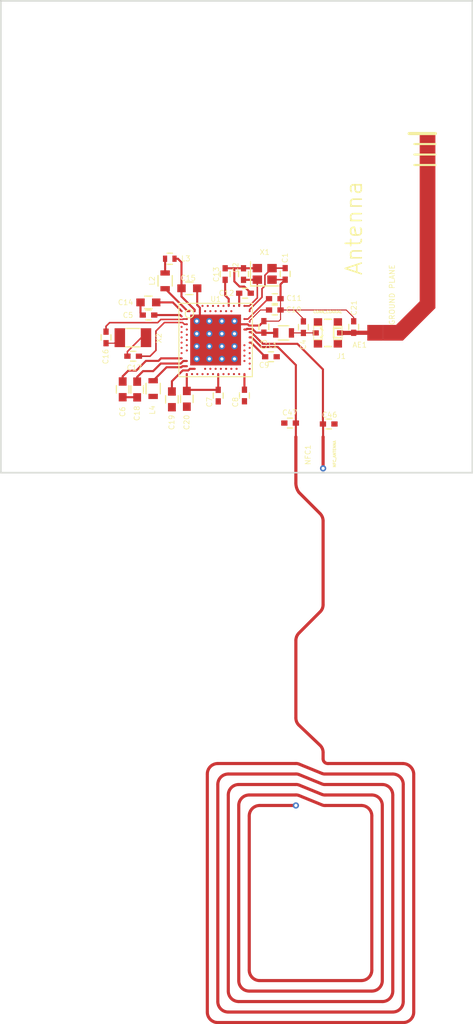
<source format=kicad_pcb>
(kicad_pcb (version 4) (host pcbnew 4.0.6)

  (general
    (links 85)
    (no_connects 17)
    (area 79.924999 64.924999 125.075001 110.075001)
    (thickness 1.6)
    (drawings 4)
    (tracks 167)
    (zones 0)
    (modules 33)
    (nets 25)
  )

  (page A4)
  (layers
    (0 F.Cu signal)
    (31 B.Cu signal)
    (32 B.Adhes user)
    (33 F.Adhes user)
    (34 B.Paste user)
    (35 F.Paste user)
    (36 B.SilkS user)
    (37 F.SilkS user)
    (38 B.Mask user)
    (39 F.Mask user)
    (40 Dwgs.User user)
    (41 Cmts.User user)
    (42 Eco1.User user)
    (43 Eco2.User user)
    (44 Edge.Cuts user)
    (45 Margin user)
    (46 B.CrtYd user)
    (47 F.CrtYd user)
    (48 B.Fab user)
    (49 F.Fab user)
  )

  (setup
    (last_trace_width 0.2)
    (user_trace_width 0.1)
    (user_trace_width 0.12)
    (user_trace_width 0.15)
    (user_trace_width 0.2)
    (user_trace_width 0.3)
    (user_trace_width 0.4)
    (user_trace_width 0.5)
    (user_trace_width 0.6)
    (trace_clearance 0.1)
    (zone_clearance 0.508)
    (zone_45_only no)
    (trace_min 0.1)
    (segment_width 0.2)
    (edge_width 0.15)
    (via_size 0.6)
    (via_drill 0.4)
    (via_min_size 0.4)
    (via_min_drill 0.3)
    (uvia_size 0.3)
    (uvia_drill 0.1)
    (uvias_allowed no)
    (uvia_min_size 0.2)
    (uvia_min_drill 0.1)
    (pcb_text_width 0.3)
    (pcb_text_size 1.5 1.5)
    (mod_edge_width 0.15)
    (mod_text_size 1 1)
    (mod_text_width 0.15)
    (pad_size 1.524 1.524)
    (pad_drill 0.762)
    (pad_to_mask_clearance 0.2)
    (aux_axis_origin 0 0)
    (visible_elements 7FFEF7FF)
    (pcbplotparams
      (layerselection 0x00030_80000001)
      (usegerberextensions false)
      (excludeedgelayer true)
      (linewidth 0.100000)
      (plotframeref false)
      (viasonmask false)
      (mode 1)
      (useauxorigin false)
      (hpglpennumber 1)
      (hpglpenspeed 20)
      (hpglpendiameter 15)
      (hpglpenoverlay 2)
      (psnegative false)
      (psa4output false)
      (plotreference true)
      (plotvalue true)
      (plotinvisibletext false)
      (padsonsilk false)
      (subtractmaskfromsilk false)
      (outputformat 1)
      (mirror false)
      (drillshape 1)
      (scaleselection 1)
      (outputdirectory ""))
  )

  (net 0 "")
  (net 1 "Net-(AE1-Pad1)")
  (net 2 GND)
  (net 3 "Net-(C1-Pad2)")
  (net 4 "Net-(C2-Pad2)")
  (net 5 "Net-(C3-Pad2)")
  (net 6 "Net-(C4-Pad2)")
  (net 7 "Net-(C5-Pad1)")
  (net 8 +3V3)
  (net 9 "Net-(C10-Pad2)")
  (net 10 "Net-(C11-Pad2)")
  (net 11 "Net-(C13-Pad1)")
  (net 12 "Net-(C15-Pad1)")
  (net 13 "Net-(C16-Pad1)")
  (net 14 "Net-(C16-Pad2)")
  (net 15 "Net-(C17-Pad1)")
  (net 16 "Net-(C17-Pad2)")
  (net 17 VDD)
  (net 18 "Net-(L2-Pad1)")
  (net 19 "Net-(L2-Pad2)")
  (net 20 "Net-(L4-Pad2)")
  (net 21 "Net-(C9-Pad1)")
  (net 22 "Net-(C19-Pad1)")
  (net 23 /NFC2)
  (net 24 /NFC1)

  (net_class Default "This is the default net class."
    (clearance 0.1)
    (trace_width 0.25)
    (via_dia 0.6)
    (via_drill 0.4)
    (uvia_dia 0.3)
    (uvia_drill 0.1)
    (add_net +3V3)
    (add_net /NFC1)
    (add_net /NFC2)
    (add_net GND)
    (add_net "Net-(AE1-Pad1)")
    (add_net "Net-(C1-Pad2)")
    (add_net "Net-(C10-Pad2)")
    (add_net "Net-(C11-Pad2)")
    (add_net "Net-(C13-Pad1)")
    (add_net "Net-(C15-Pad1)")
    (add_net "Net-(C16-Pad1)")
    (add_net "Net-(C16-Pad2)")
    (add_net "Net-(C17-Pad1)")
    (add_net "Net-(C17-Pad2)")
    (add_net "Net-(C19-Pad1)")
    (add_net "Net-(C2-Pad2)")
    (add_net "Net-(C3-Pad2)")
    (add_net "Net-(C4-Pad2)")
    (add_net "Net-(C5-Pad1)")
    (add_net "Net-(C9-Pad1)")
    (add_net "Net-(L2-Pad1)")
    (add_net "Net-(L2-Pad2)")
    (add_net "Net-(L4-Pad2)")
    (add_net VDD)
  )

  (module Nordic_misc:Nordic_misc-NFC_ANT (layer F.Cu) (tedit 5984B4BA) (tstamp 5984E9A0)
    (at 110.7567 106.5911 270)
    (path /5984E4A9)
    (attr smd)
    (fp_text reference NFC1 (at 1.7145 1.4478 270) (layer F.SilkS)
      (effects (font (size 0.5 0.5) (thickness 0.0625)))
    )
    (fp_text value NFC_ANTENNA (at 1.6256 -1.0922 270) (layer F.SilkS)
      (effects (font (size 0.25 0.25) (thickness 0.0625)))
    )
    (fp_line (start 7.99846 2.59842) (end 15.99946 2.59842) (layer B.Adhes) (width 0.29972))
    (fp_line (start 19.49958 0) (end 26.29916 0) (layer B.Adhes) (width 0.29972))
    (fp_line (start 29.79928 2.59842) (end 35.14852 2.59842) (layer B.Adhes) (width 0.29972))
    (fp_line (start 7.99846 0) (end 15.99946 0) (layer F.Cu) (width 0.29972))
    (fp_line (start 19.39798 2.59842) (end 26.79954 2.59842) (layer F.Cu) (width 0.29972))
    (fp_line (start 30.099 0) (end 30.69844 0) (layer F.Cu) (width 0.29972))
    (fp_line (start 5.29844 2.2987) (end 7.29996 0.29972) (layer F.Cu) (width 0.29972))
    (fp_line (start 16.69796 0.29972) (end 18.69948 2.2987) (layer F.Cu) (width 0.29972))
    (fp_line (start 27.49804 2.2987) (end 29.39796 0.29972) (layer F.Cu) (width 0.29972))
    (fp_line (start 16.69796 2.2987) (end 18.69948 0.29972) (layer B.Adhes) (width 0.29972))
    (fp_line (start 26.99766 0.29972) (end 28.99918 2.2987) (layer B.Adhes) (width 0.29972))
    (fp_line (start 5.29844 0.29972) (end 7.29996 2.2987) (layer B.Adhes) (width 0.29972))
    (fp_line (start 31.14802 -0.49784) (end 31.14802 -7.59968) (layer F.Cu) (width 0.29972))
    (fp_line (start 32.14878 -8.6487) (end 54.84876 -8.6487) (layer F.Cu) (width 0.29972))
    (fp_line (start 55.84952 10.04824) (end 55.84952 -7.64794) (layer F.Cu) (width 0.29972))
    (fp_line (start 32.14878 11.049) (end 54.84876 11.049) (layer F.Cu) (width 0.29972))
    (fp_line (start 31.14802 10.04824) (end 31.14802 2.65938) (layer F.Cu) (width 0.29972))
    (fp_line (start 32.14878 -0.24892) (end 32.14878 -6.64972) (layer F.Cu) (width 0.29972))
    (fp_line (start 33.14954 -7.64794) (end 53.848 -7.64794) (layer F.Cu) (width 0.29972))
    (fp_line (start 54.84876 9.04748) (end 54.84876 -6.64972) (layer F.Cu) (width 0.29972))
    (fp_line (start 33.14954 10.04824) (end 53.848 10.04824) (layer F.Cu) (width 0.29972))
    (fp_line (start 32.14878 9.04748) (end 32.14878 2.65938) (layer F.Cu) (width 0.29972))
    (fp_line (start 33.14954 -0.24892) (end 33.14954 -5.64896) (layer F.Cu) (width 0.29972))
    (fp_line (start 34.14776 -6.64972) (end 52.84978 -6.64972) (layer F.Cu) (width 0.29972))
    (fp_line (start 53.848 8.04926) (end 53.848 -5.64896) (layer F.Cu) (width 0.29972))
    (fp_line (start 34.14776 9.04748) (end 52.84978 9.04748) (layer F.Cu) (width 0.29972))
    (fp_line (start 33.14954 8.04926) (end 33.14954 2.65938) (layer F.Cu) (width 0.29972))
    (fp_line (start 34.14776 -0.24892) (end 34.14776 -4.6482) (layer F.Cu) (width 0.29972))
    (fp_line (start 35.14852 -5.64896) (end 51.84902 -5.64896) (layer F.Cu) (width 0.29972))
    (fp_line (start 52.84978 7.0485) (end 52.84978 -4.6482) (layer F.Cu) (width 0.29972))
    (fp_line (start 35.14852 8.04926) (end 51.84902 8.04926) (layer F.Cu) (width 0.29972))
    (fp_line (start 34.14776 7.0485) (end 34.14776 2.65938) (layer F.Cu) (width 0.29972))
    (fp_line (start 35.14852 -0.24892) (end 35.14852 -3.64998) (layer F.Cu) (width 0.29972))
    (fp_line (start 36.14928 -4.6482) (end 50.84826 -4.6482) (layer F.Cu) (width 0.29972))
    (fp_line (start 51.84902 6.04774) (end 51.84902 -3.64998) (layer F.Cu) (width 0.29972))
    (fp_line (start 36.14928 7.0485) (end 50.84826 7.0485) (layer F.Cu) (width 0.29972))
    (fp_line (start 35.14852 6.04774) (end 35.14852 2.59842) (layer F.Cu) (width 0.29972))
    (fp_line (start 31.19882 2.2987) (end 32.09798 0.09906) (layer F.Cu) (width 0.29972))
    (fp_line (start 32.19958 2.2987) (end 33.09874 0.09906) (layer F.Cu) (width 0.29972))
    (fp_line (start 33.1978 2.2987) (end 34.0995 0.09906) (layer F.Cu) (width 0.29972))
    (fp_line (start 34.19856 2.2987) (end 35.09772 0.09906) (layer F.Cu) (width 0.29972))
    (fp_line (start 0 2.59842) (end 4.39928 2.59842) (layer F.Cu) (width 0.29972))
    (fp_line (start 2.99974 0) (end 4.39928 0) (layer B.Adhes) (width 0.29972))
    (fp_line (start 0 0) (end 2.99974 0) (layer F.Cu) (width 0.29972))
    (fp_arc (start 8.02386 1.02362) (end 7.29996 0.29972) (angle 43.6) (layer F.Cu) (width 0.29972))
    (fp_arc (start 15.99946 0.9652) (end 15.99946 0) (angle 46.3) (layer F.Cu) (width 0.29972))
    (fp_arc (start 19.42338 1.5748) (end 19.39798 2.59842) (angle 43.6) (layer F.Cu) (width 0.29972))
    (fp_arc (start 26.79954 1.63322) (end 27.49804 2.2987) (angle 46.3) (layer F.Cu) (width 0.29972))
    (fp_arc (start 30.09646 0.96266) (end 29.39796 0.29972) (angle 46.5) (layer F.Cu) (width 0.29972))
    (fp_arc (start 8.02386 1.5748) (end 7.99846 2.59842) (angle 43.6) (layer B.Adhes) (width 0.29972))
    (fp_arc (start 15.99946 1.63322) (end 16.69796 2.2987) (angle 46.3) (layer B.Adhes) (width 0.29972))
    (fp_arc (start 19.42846 1.0287) (end 18.69948 0.29972) (angle 48.8) (layer B.Adhes) (width 0.29972))
    (fp_arc (start 26.29916 0.9652) (end 26.29916 0) (angle 46.3) (layer B.Adhes) (width 0.29972))
    (fp_arc (start 29.72816 1.56972) (end 29.79928 2.59842) (angle 48.8) (layer B.Adhes) (width 0.29972))
    (fp_arc (start 30.69844 -0.45212) (end 31.14802 -0.49784) (angle 96) (layer F.Cu) (width 0.29972))
    (fp_arc (start 31.46298 -0.16002) (end 32.14878 -0.19812) (angle 25.5) (layer F.Cu) (width 0.29972))
    (fp_arc (start 32.46374 -0.16002) (end 33.14954 -0.19812) (angle 25.5) (layer F.Cu) (width 0.29972))
    (fp_arc (start 33.40354 -0.17526) (end 34.14776 -0.24892) (angle 27.3) (layer F.Cu) (width 0.29972))
    (fp_arc (start 34.42716 -0.17272) (end 35.14852 -0.24892) (angle 28.2) (layer F.Cu) (width 0.29972))
    (fp_arc (start 31.86938 2.57302) (end 31.14802 2.64922) (angle 28.2) (layer F.Cu) (width 0.29972))
    (fp_arc (start 32.87014 2.57302) (end 32.14878 2.64922) (angle 28.2) (layer F.Cu) (width 0.29972))
    (fp_arc (start 33.86836 2.57302) (end 33.14954 2.64922) (angle 28.2) (layer F.Cu) (width 0.29972))
    (fp_arc (start 34.86912 2.57302) (end 34.14776 2.64922) (angle 28.2) (layer F.Cu) (width 0.29972))
    (fp_arc (start 32.19958 -7.59968) (end 31.14802 -7.59968) (angle 87.2) (layer F.Cu) (width 0.29972))
    (fp_arc (start 33.14954 -6.64972) (end 32.14878 -6.64972) (angle 90) (layer F.Cu) (width 0.29972))
    (fp_arc (start 34.14776 -5.64896) (end 33.14954 -5.64896) (angle 90) (layer F.Cu) (width 0.29972))
    (fp_arc (start 35.14852 -4.6482) (end 34.14776 -4.6482) (angle 90) (layer F.Cu) (width 0.29972))
    (fp_arc (start 36.14928 -3.64998) (end 35.14852 -3.64998) (angle 90) (layer F.Cu) (width 0.29972))
    (fp_arc (start 54.84876 -7.64794) (end 54.84876 -8.6487) (angle 90) (layer F.Cu) (width 0.29972))
    (fp_arc (start 53.848 -6.64972) (end 53.848 -7.64794) (angle 90) (layer F.Cu) (width 0.29972))
    (fp_arc (start 52.84978 -5.64896) (end 52.84978 -6.64972) (angle 90) (layer F.Cu) (width 0.29972))
    (fp_arc (start 51.84902 -4.6482) (end 51.84902 -5.64896) (angle 90) (layer F.Cu) (width 0.29972))
    (fp_arc (start 50.84826 -3.64998) (end 50.84826 -4.6482) (angle 90) (layer F.Cu) (width 0.29972))
    (fp_arc (start 50.84826 6.04774) (end 51.84902 6.04774) (angle 90) (layer F.Cu) (width 0.29972))
    (fp_arc (start 51.84902 7.0485) (end 52.84978 7.0485) (angle 90) (layer F.Cu) (width 0.29972))
    (fp_arc (start 52.84978 8.04926) (end 53.848 8.04926) (angle 90) (layer F.Cu) (width 0.29972))
    (fp_arc (start 53.848 9.04748) (end 54.84876 9.04748) (angle 90) (layer F.Cu) (width 0.29972))
    (fp_arc (start 54.84876 10.04824) (end 55.84952 10.04824) (angle 90) (layer F.Cu) (width 0.29972))
    (fp_arc (start 32.14878 10.04824) (end 32.14878 11.049) (angle 90) (layer F.Cu) (width 0.29972))
    (fp_arc (start 33.14954 9.04748) (end 33.14954 10.04824) (angle 90) (layer F.Cu) (width 0.29972))
    (fp_arc (start 34.14776 8.04926) (end 34.14776 9.04748) (angle 90) (layer F.Cu) (width 0.29972))
    (fp_arc (start 35.14852 7.0485) (end 35.14852 8.04926) (angle 90) (layer F.Cu) (width 0.29972))
    (fp_arc (start 36.14928 6.04774) (end 36.14928 7.0485) (angle 90) (layer F.Cu) (width 0.29972))
    (fp_arc (start 4.39928 1.4986) (end 4.39928 0) (angle 36.8) (layer B.Adhes) (width 0.29972))
    (fp_arc (start 4.39928 1.09982) (end 5.29844 2.2987) (angle 36.8) (layer F.Cu) (width 0.29972))
    (pad 1 smd circle (at 0 0 270) (size 0.29972 0.29972) (layers F.Cu F.Paste F.Mask)
      (net 23 /NFC2))
    (pad 2 smd circle (at 0 2.59842 270) (size 0.29972 0.29972) (layers F.Cu F.Paste F.Mask)
      (net 24 /NFC1))
    (pad 1 thru_hole circle (at 2.99974 0 270) (size 0.59944 0.59944) (drill 0.29972) (layers *.Cu *.Paste *.Mask)
      (net 23 /NFC2))
    (pad 2 thru_hole circle (at 35.14852 2.59842 270) (size 0.59944 0.59944) (drill 0.29972) (layers *.Cu *.Paste *.Mask)
      (net 24 /NFC1))
  )

  (module Nordic_misc:Nordic_misc-QWMP_BEND_LEFT_+0 (layer F.Cu) (tedit 5984B4FB) (tstamp 5983C868)
    (at 114.9731 96.6597)
    (path /59842D7E)
    (attr smd)
    (fp_text reference AE1 (at -0.7239 1.1557) (layer F.SilkS)
      (effects (font (size 0.5 0.5) (thickness 0.0625)))
    )
    (fp_text value Antenna (at -1.27 -9.9822 90) (layer F.SilkS)
      (effects (font (thickness 0.15)))
    )
    (fp_line (start 0 8.99922) (end 6.9977 8.99922) (layer Dwgs.User) (width 0.06604))
    (fp_line (start 6.9977 8.99922) (end 6.9977 -27.99842) (layer Dwgs.User) (width 0.06604))
    (fp_line (start 0 -27.99842) (end 6.9977 -27.99842) (layer Dwgs.User) (width 0.06604))
    (fp_line (start 0 8.99922) (end 0 -27.99842) (layer Dwgs.User) (width 0.06604))
    (fp_line (start 0 -27.99842) (end 0 -9.99998) (layer Dwgs.User) (width 0.19812))
    (fp_line (start 0 -9.99998) (end 0 5.99948) (layer Dwgs.User) (width 0.19812))
    (fp_line (start 0 5.99948) (end 0 8.99922) (layer Dwgs.User) (width 0.19812))
    (fp_line (start 0 5.99948) (end 1.99898 5.99948) (layer Dwgs.User) (width 0.19812))
    (fp_line (start 0 5.99948) (end 0.99822 6.9977) (layer Dwgs.User) (width 0.19812))
    (fp_line (start 0 5.99948) (end 0.99822 4.99872) (layer Dwgs.User) (width 0.19812))
    (fp_line (start 0 -9.99998) (end 1.99898 -9.99998) (layer Dwgs.User) (width 0.19812))
    (fp_line (start 0 -9.99998) (end 0.99822 -8.99922) (layer Dwgs.User) (width 0.19812))
    (fp_line (start 0 -9.99998) (end 0.99822 -10.9982) (layer Dwgs.User) (width 0.19812))
    (fp_line (start 6.49986 -18.9992) (end 3.99796 -18.9992) (layer F.SilkS) (width 0.29972))
    (fp_line (start 6.49986 -17.99844) (end 4.49834 -17.99844) (layer F.SilkS) (width 0.19812))
    (fp_line (start 6.49986 -16.99768) (end 4.49834 -16.99768) (layer F.SilkS) (width 0.19812))
    (fp_line (start 6.49986 -15.99946) (end 4.49834 -15.99946) (layer F.SilkS) (width 0.19812))
    (fp_poly (pts (xy 1.4986 -0.7493) (xy 2.74828 -0.7493) (xy 4.99872 -2.99974) (xy 4.99872 -18.9992)
      (xy 6.49986 -18.9992) (xy 6.49986 -2.3495) (xy 3.39852 0.7493) (xy 1.4986 0.7493)
      (xy 1.4986 -0.7493)) (layer F.Cu) (width 0))
    (fp_text user "GROUND PLANE" (at 2.36474 -3.6195 90) (layer F.SilkS)
      (effects (font (size 0.5 0.5) (thickness 0.0625)))
    )
    (pad 1 smd rect (at 0.7493 0) (size 1.4986 1.4986) (layers F.Cu F.Paste F.Mask)
      (net 1 "Net-(AE1-Pad1)"))
  )

  (module Nordic_nRF:Crystal_SMD_2016-4pin_2.0x1.6mm (layer F.Cu) (tedit 5984AA5D) (tstamp 5983C96E)
    (at 105.1814 91.0463)
    (descr "SMD Crystal SERIES SMD2016/4 http://www.q-crystal.com/upload/5/2015552223166229.pdf, 2.0x1.6mm^2 package")
    (tags "SMD SMT crystal")
    (path /5984383F)
    (attr smd)
    (fp_text reference X1 (at 0 -2.0701) (layer F.SilkS)
      (effects (font (size 0.5 0.5) (thickness 0.0625)))
    )
    (fp_text value XTAL_32MHZ (at 0.0127 -1.5621) (layer F.Fab)
      (effects (font (size 0.25 0.25) (thickness 0.0625)))
    )
    (fp_text user %R (at 0 0) (layer F.Fab)
      (effects (font (size 0.5 0.5) (thickness 0.075)))
    )
    (fp_line (start -0.9 -0.8) (end 0.9 -0.8) (layer F.Fab) (width 0.1))
    (fp_line (start 0.9 -0.8) (end 1 -0.7) (layer F.Fab) (width 0.1))
    (fp_line (start 1 -0.7) (end 1 0.7) (layer F.Fab) (width 0.1))
    (fp_line (start 1 0.7) (end 0.9 0.8) (layer F.Fab) (width 0.1))
    (fp_line (start 0.9 0.8) (end -0.9 0.8) (layer F.Fab) (width 0.1))
    (fp_line (start -0.9 0.8) (end -1 0.7) (layer F.Fab) (width 0.1))
    (fp_line (start -1 0.7) (end -1 -0.7) (layer F.Fab) (width 0.1))
    (fp_line (start -1 -0.7) (end -0.9 -0.8) (layer F.Fab) (width 0.1))
    (fp_line (start -1 0.3) (end -0.5 0.8) (layer F.Fab) (width 0.1))
    (fp_line (start -1.35 -1.15) (end -1.35 1.15) (layer F.SilkS) (width 0.12))
    (fp_line (start -1.35 1.15) (end 1.35 1.15) (layer F.SilkS) (width 0.12))
    (fp_line (start -1.4 -1.3) (end -1.4 1.3) (layer F.CrtYd) (width 0.05))
    (fp_line (start -1.4 1.3) (end 1.4 1.3) (layer F.CrtYd) (width 0.05))
    (fp_line (start 1.4 1.3) (end 1.4 -1.3) (layer F.CrtYd) (width 0.05))
    (fp_line (start 1.4 -1.3) (end -1.4 -1.3) (layer F.CrtYd) (width 0.05))
    (pad 1 smd rect (at -0.7 0.55) (size 0.9 0.8) (layers F.Cu F.Paste F.Mask)
      (net 4 "Net-(C2-Pad2)"))
    (pad 2 smd rect (at 0.7 0.55) (size 0.9 0.8) (layers F.Cu F.Paste F.Mask)
      (net 2 GND))
    (pad 3 smd rect (at 0.7 -0.55) (size 0.9 0.8) (layers F.Cu F.Paste F.Mask)
      (net 3 "Net-(C1-Pad2)"))
    (pad 4 smd rect (at -0.7 -0.55) (size 0.9 0.8) (layers F.Cu F.Paste F.Mask)
      (net 2 GND))
    (model ${NORDIC3DMOD}/Crystals.3dshapes/Crystal_SMD_2016-4pin_2.0x1.6mm.wrl
      (at (xyz 0.02 0.02 0))
      (scale (xyz 1 1 1))
      (rotate (xyz 0 0 -90))
    )
  )

  (module Nordic_nRF:Crystal_SMD_3215-2pin_3.2x1.5mm (layer F.Cu) (tedit 5984AA05) (tstamp 5983C974)
    (at 92.6084 97.1296 180)
    (descr "SMD Crystal FC-135 https://support.epson.biz/td/api/doc_check.php?dl=brief_FC-135R_en.pdf")
    (tags "SMD SMT Crystal")
    (path /59844034)
    (attr smd)
    (fp_text reference X2 (at -2.4765 -0.0381 270) (layer F.SilkS)
      (effects (font (size 0.5 0.5) (thickness 0.0625)))
    )
    (fp_text value XTAL_32KHZ (at -3.0607 0 270) (layer F.Fab)
      (effects (font (size 0.25 0.25) (thickness 0.0625)))
    )
    (fp_text user %R (at 0 -0.05 180) (layer F.Fab)
      (effects (font (size 0.25 0.25) (thickness 0.0625)))
    )
    (fp_line (start -2 -1.15) (end 2 -1.15) (layer F.CrtYd) (width 0.05))
    (fp_line (start -1.6 -0.75) (end -1.6 0.75) (layer F.Fab) (width 0.1))
    (fp_line (start -0.675 0.875) (end 0.675 0.875) (layer F.SilkS) (width 0.12))
    (fp_line (start -0.675 -0.875) (end 0.675 -0.875) (layer F.SilkS) (width 0.12))
    (fp_line (start 1.6 -0.75) (end 1.6 0.75) (layer F.Fab) (width 0.1))
    (fp_line (start -1.6 -0.75) (end 1.6 -0.75) (layer F.Fab) (width 0.1))
    (fp_line (start -1.6 0.75) (end 1.6 0.75) (layer F.Fab) (width 0.1))
    (fp_line (start -2 1.15) (end 2 1.15) (layer F.CrtYd) (width 0.05))
    (fp_line (start -2 -1.15) (end -2 1.15) (layer F.CrtYd) (width 0.05))
    (fp_line (start 2 -1.15) (end 2 1.15) (layer F.CrtYd) (width 0.05))
    (pad 1 smd rect (at 1.25 0 180) (size 1 1.8) (layers F.Cu F.Paste F.Mask)
      (net 14 "Net-(C16-Pad2)"))
    (pad 2 smd rect (at -1.25 0 180) (size 1 1.8) (layers F.Cu F.Paste F.Mask)
      (net 16 "Net-(C17-Pad2)"))
    (model ${NORDIC3DMOD}/Crystals.3dshapes/Crystal_SMD_3215-2pin_3.2x1.5mm.wrl
      (at (xyz -0.005 -0.02 0))
      (scale (xyz 1 1 1))
      (rotate (xyz 0 0 90))
    )
  )

  (module Nordic_misc:L_0402 (layer F.Cu) (tedit 5984A58C) (tstamp 5983C902)
    (at 96.1263 89.5985 180)
    (descr "Resistor SMD 0402, reflow soldering, Vishay (see dcrcw.pdf)")
    (tags "resistor 0402")
    (path /5983C1A6)
    (attr smd)
    (fp_text reference L3 (at -1.524 0.0127 180) (layer F.SilkS)
      (effects (font (size 0.5 0.5) (thickness 0.0625)))
    )
    (fp_text value 15nH (at 0.0056 1.1108 180) (layer F.Fab)
      (effects (font (size 0.5 0.5) (thickness 0.0625)))
    )
    (fp_line (start -0.5 0.25) (end -0.5 -0.25) (layer F.Fab) (width 0.1))
    (fp_line (start 0.5 0.25) (end -0.5 0.25) (layer F.Fab) (width 0.1))
    (fp_line (start 0.5 -0.25) (end 0.5 0.25) (layer F.Fab) (width 0.1))
    (fp_line (start -0.5 -0.25) (end 0.5 -0.25) (layer F.Fab) (width 0.1))
    (fp_line (start -0.95 -0.65) (end 0.95 -0.65) (layer F.CrtYd) (width 0.05))
    (fp_line (start -0.95 0.65) (end 0.95 0.65) (layer F.CrtYd) (width 0.05))
    (fp_line (start -0.95 -0.65) (end -0.95 0.65) (layer F.CrtYd) (width 0.05))
    (fp_line (start 0.95 -0.65) (end 0.95 0.65) (layer F.CrtYd) (width 0.05))
    (fp_line (start 0.25 -0.53) (end -0.25 -0.53) (layer F.SilkS) (width 0.12))
    (fp_line (start -0.25 0.53) (end 0.25 0.53) (layer F.SilkS) (width 0.12))
    (pad 1 smd rect (at -0.45 0 180) (size 0.4 0.6) (layers F.Cu F.Paste F.Mask)
      (net 12 "Net-(C15-Pad1)"))
    (pad 2 smd rect (at 0.45 0 180) (size 0.4 0.6) (layers F.Cu F.Paste F.Mask)
      (net 18 "Net-(L2-Pad1)"))
    (model ${NORDIC3DMOD}/Inductors_SMD.3dshapes/L_0402.wrl
      (at (xyz 0 0 0))
      (scale (xyz 1 1 1))
      (rotate (xyz 0 0 0))
    )
  )

  (module Nordic_nRF:AQFN73_7x7mm (layer F.Cu) (tedit 5984A595) (tstamp 5983D8E6)
    (at 100.5 97.35)
    (path /5983972D)
    (fp_text reference U1 (at 0.0078 -3.9034) (layer F.SilkS)
      (effects (font (size 0.5 0.5) (thickness 0.0625)))
    )
    (fp_text value nRF52840 (at 0 4) (layer F.Fab)
      (effects (font (size 0.5 0.5) (thickness 0.0625)))
    )
    (fp_circle (center -4.25 -3.5) (end -4.4 -3.5) (layer F.Fab) (width 0.2))
    (fp_line (start -3 -3.75) (end -3.75 -3.75) (layer F.Fab) (width 0.1))
    (fp_line (start -3.75 -3.75) (end -3.75 -3) (layer F.Fab) (width 0.1))
    (fp_line (start 3.75 -3) (end 3.75 -3.75) (layer F.Fab) (width 0.1))
    (fp_line (start 3 -3.75) (end 3.75 -3.75) (layer F.Fab) (width 0.1))
    (fp_line (start -3 3.75) (end -3.75 3.75) (layer F.Fab) (width 0.1))
    (fp_line (start -3.75 3.75) (end -3.75 3) (layer F.Fab) (width 0.1))
    (fp_line (start 3.75 3) (end 3.75 3.75) (layer F.Fab) (width 0.1))
    (fp_line (start 3 3.75) (end 3.75 3.75) (layer F.Fab) (width 0.1))
    (fp_circle (center -2.5 -2.5) (end -2.5 -2.9) (layer F.SilkS) (width 0.1))
    (fp_line (start -3.5 3.5) (end -3.5 -3.5) (layer F.SilkS) (width 0.1))
    (fp_line (start 3.5 3.5) (end 3.5 -3.5) (layer F.SilkS) (width 0.1))
    (fp_line (start -3.5 3.5) (end 3.5 3.5) (layer F.SilkS) (width 0.1))
    (fp_line (start -3.5 -3.5) (end 3.5 -3.5) (layer F.SilkS) (width 0.1))
    (pad C1 smd circle (at -3.25 -2.25) (size 0.2 0.2) (layers F.Cu F.Paste F.Mask)
      (net 7 "Net-(C5-Pad1)"))
    (pad E24 smd circle (at 3.25 -1.75) (size 0.2 0.2) (layers F.Cu F.Paste F.Mask)
      (net 9 "Net-(C10-Pad2)"))
    (pad J24 smd circle (at 3.25 -0.75) (size 0.2 0.2) (layers F.Cu F.Paste F.Mask)
      (net 23 /NFC2))
    (pad L24 smd circle (at 3.25 -0.25) (size 0.2 0.2) (layers F.Cu F.Paste F.Mask)
      (net 24 /NFC1))
    (pad D23 smd circle (at 2.75 -2) (size 0.2 0.2) (layers F.Cu F.Paste F.Mask)
      (net 10 "Net-(C11-Pad2)"))
    (pad F23 smd circle (at 2.75 -1.5) (size 0.2 0.2) (layers F.Cu F.Paste F.Mask)
      (net 2 GND))
    (pad H23 smd circle (at 2.75 -1) (size 0.2 0.2) (layers F.Cu F.Paste F.Mask)
      (net 5 "Net-(C3-Pad2)"))
    (pad N24 smd circle (at 3.25 0.25) (size 0.2 0.2) (layers F.Cu F.Paste F.Mask)
      (net 21 "Net-(C9-Pad1)"))
    (pad R24 smd circle (at 3.25 0.75) (size 0.2 0.2) (layers F.Cu F.Paste F.Mask))
    (pad U24 smd circle (at 3.25 1.25) (size 0.2 0.2) (layers F.Cu F.Paste F.Mask))
    (pad W24 smd circle (at 3.25 1.75) (size 0.2 0.2) (layers F.Cu F.Paste F.Mask))
    (pad AA24 smd circle (at 3.25 2.25) (size 0.2 0.2) (layers F.Cu F.Paste F.Mask))
    (pad P23 smd circle (at 2.75 0.5) (size 0.2 0.2) (layers F.Cu F.Paste F.Mask))
    (pad T23 smd circle (at 2.75 1) (size 0.2 0.2) (layers F.Cu F.Paste F.Mask))
    (pad V23 smd circle (at 2.75 1.5) (size 0.2 0.2) (layers F.Cu F.Paste F.Mask))
    (pad Y23 smd circle (at 2.75 2) (size 0.2 0.2) (layers F.Cu F.Paste F.Mask))
    (pad AD23 smd circle (at 2.75 3.25) (size 0.2 0.2) (layers F.Cu F.Paste F.Mask)
      (net 8 +3V3))
    (pad AD22 smd circle (at 2.25 3.25) (size 0.2 0.2) (layers F.Cu F.Paste F.Mask))
    (pad AD20 smd circle (at 1.75 3.25) (size 0.2 0.2) (layers F.Cu F.Paste F.Mask))
    (pad AD18 smd circle (at 1.25 3.25) (size 0.2 0.2) (layers F.Cu F.Paste F.Mask))
    (pad AD16 smd circle (at 0.75 3.25) (size 0.2 0.2) (layers F.Cu F.Paste F.Mask))
    (pad AD14 smd circle (at 0.25 3.25) (size 0.2 0.2) (layers F.Cu F.Paste F.Mask)
      (net 8 +3V3))
    (pad AD12 smd circle (at -0.25 3.25) (size 0.2 0.2) (layers F.Cu F.Paste F.Mask))
    (pad AD10 smd circle (at -0.75 3.25) (size 0.2 0.2) (layers F.Cu F.Paste F.Mask))
    (pad AD8 smd circle (at -1.25 3.25) (size 0.2 0.2) (layers F.Cu F.Paste F.Mask))
    (pad AD6 smd circle (at -1.75 3.25) (size 0.2 0.2) (layers F.Cu F.Paste F.Mask))
    (pad AD4 smd circle (at -2.25 3.25) (size 0.2 0.2) (layers F.Cu F.Paste F.Mask))
    (pad AC24 smd circle (at 3.25 2.75) (size 0.2 0.2) (layers F.Cu F.Paste F.Mask))
    (pad AC21 smd circle (at 2 2.75) (size 0.2 0.2) (layers F.Cu F.Paste F.Mask))
    (pad AC19 smd circle (at 1.5 2.75) (size 0.2 0.2) (layers F.Cu F.Paste F.Mask))
    (pad AC17 smd circle (at 1 2.75) (size 0.2 0.2) (layers F.Cu F.Paste F.Mask))
    (pad AC15 smd circle (at 0.5 2.75) (size 0.2 0.2) (layers F.Cu F.Paste F.Mask))
    (pad AC13 smd circle (at 0 2.75) (size 0.2 0.2) (layers F.Cu F.Paste F.Mask))
    (pad AC11 smd circle (at -0.5 2.75) (size 0.2 0.2) (layers F.Cu F.Paste F.Mask))
    (pad AC9 smd circle (at -1 2.75) (size 0.2 0.2) (layers F.Cu F.Paste F.Mask))
    (pad AC5 smd circle (at -2 2.75) (size 0.2 0.2) (layers F.Cu F.Paste F.Mask)
      (net 22 "Net-(C19-Pad1)"))
    (pad AD2 smd circle (at -2.75 3.25) (size 0.2 0.2) (layers F.Cu F.Paste F.Mask)
      (net 8 +3V3))
    (pad AB2 smd circle (at -2.75 2.5) (size 0.2 0.2) (layers F.Cu F.Paste F.Mask)
      (net 20 "Net-(L4-Pad2)"))
    (pad Y2 smd circle (at -2.75 2) (size 0.2 0.2) (layers F.Cu F.Paste F.Mask)
      (net 17 VDD))
    (pad G1 smd circle (at -3.25 -1.25) (size 0.2 0.2) (layers F.Cu F.Paste F.Mask))
    (pad J1 smd circle (at -3.25 -0.75) (size 0.2 0.2) (layers F.Cu F.Paste F.Mask))
    (pad L1 smd circle (at -3.25 -0.25) (size 0.2 0.2) (layers F.Cu F.Paste F.Mask))
    (pad R1 smd circle (at -3.25 0.75) (size 0.2 0.2) (layers F.Cu F.Paste F.Mask))
    (pad U1 smd circle (at -3.25 1.25) (size 0.2 0.2) (layers F.Cu F.Paste F.Mask))
    (pad W1 smd circle (at -3.25 1.75) (size 0.2 0.2) (layers F.Cu F.Paste F.Mask)
      (net 8 +3V3))
    (pad T2 smd circle (at -2.75 1) (size 0.2 0.2) (layers F.Cu F.Paste F.Mask))
    (pad P2 smd circle (at -2.75 0.5) (size 0.2 0.2) (layers F.Cu F.Paste F.Mask))
    (pad D2 smd circle (at -2.75 -2) (size 0.2 0.2) (layers F.Cu F.Paste F.Mask)
      (net 13 "Net-(C16-Pad1)"))
    (pad F2 smd circle (at -2.75 -1.5) (size 0.2 0.2) (layers F.Cu F.Paste F.Mask)
      (net 15 "Net-(C17-Pad1)"))
    (pad H2 smd circle (at -2.75 -1) (size 0.2 0.2) (layers F.Cu F.Paste F.Mask))
    (pad K2 smd circle (at -2.75 -0.5) (size 0.2 0.2) (layers F.Cu F.Paste F.Mask))
    (pad N1 smd circle (at -3.25 0.25) (size 0.2 0.2) (layers F.Cu F.Paste F.Mask))
    (pad M2 smd circle (at -2.75 0) (size 0.2 0.2) (layers F.Cu F.Paste F.Mask))
    (pad B24 smd circle (at 3.25 -2.75) (size 0.2 0.2) (layers F.Cu F.Paste F.Mask)
      (net 3 "Net-(C1-Pad2)"))
    (pad B19 smd circle (at 1.5 -2.75) (size 0.2 0.2) (layers F.Cu F.Paste F.Mask))
    (pad B17 smd circle (at 1 -2.75) (size 0.2 0.2) (layers F.Cu F.Paste F.Mask))
    (pad B15 smd circle (at 0.5 -2.75) (size 0.2 0.2) (layers F.Cu F.Paste F.Mask))
    (pad B1 smd circle (at -3.25 -2.75) (size 0.2 0.2) (layers F.Cu F.Paste F.Mask)
      (net 8 +3V3))
    (pad B3 smd circle (at -2.5 -2.75) (size 0.2 0.2) (layers F.Cu F.Paste F.Mask)
      (net 19 "Net-(L2-Pad2)"))
    (pad B13 smd circle (at 0 -2.75) (size 0.2 0.2) (layers F.Cu F.Paste F.Mask))
    (pad B5 smd circle (at -2 -2.75) (size 0.2 0.2) (layers F.Cu F.Paste F.Mask)
      (net 12 "Net-(C15-Pad1)"))
    (pad B7 smd circle (at -1.5 -2.75) (size 0.2 0.2) (layers F.Cu F.Paste F.Mask)
      (net 2 GND))
    (pad B9 smd circle (at -1 -2.75) (size 0.2 0.2) (layers F.Cu F.Paste F.Mask))
    (pad B11 smd circle (at -0.5 -2.75) (size 0.2 0.2) (layers F.Cu F.Paste F.Mask))
    (pad A23 smd circle (at 2.75 -3.25) (size 0.2 0.2) (layers F.Cu F.Paste F.Mask)
      (net 4 "Net-(C2-Pad2)"))
    (pad A22 smd circle (at 2.25 -3.25) (size 0.2 0.2) (layers F.Cu F.Paste F.Mask)
      (net 8 +3V3))
    (pad A20 smd circle (at 1.75 -3.25) (size 0.2 0.2) (layers F.Cu F.Paste F.Mask))
    (pad A18 smd circle (at 1.25 -3.25) (size 0.2 0.2) (layers F.Cu F.Paste F.Mask)
      (net 11 "Net-(C13-Pad1)"))
    (pad A16 smd circle (at 0.75 -3.25) (size 0.2 0.2) (layers F.Cu F.Paste F.Mask))
    (pad A14 smd circle (at 0.25 -3.25) (size 0.2 0.2) (layers F.Cu F.Paste F.Mask))
    (pad A12 smd circle (at -0.25 -3.25) (size 0.2 0.2) (layers F.Cu F.Paste F.Mask))
    (pad A10 smd circle (at -0.75 -3.25) (size 0.2 0.2) (layers F.Cu F.Paste F.Mask))
    (pad A8 smd circle (at -1.25 -3.25) (size 0.2 0.2) (layers F.Cu F.Paste F.Mask))
    (pad 74 smd rect (at 0 0) (size 4.85 4.85) (layers F.Cu F.Paste F.Mask)
      (net 2 GND))
    (pad 74 thru_hole circle (at -1.8 -1.8) (size 0.6 0.6) (drill 0.3) (layers *.Cu)
      (net 2 GND))
    (pad 74 thru_hole circle (at -0.6 -1.8) (size 0.6 0.6) (drill 0.3) (layers *.Cu)
      (net 2 GND))
    (pad 74 thru_hole circle (at 0.6 -1.8) (size 0.6 0.6) (drill 0.3) (layers *.Cu)
      (net 2 GND))
    (pad 74 thru_hole circle (at 1.8 -1.8) (size 0.6 0.6) (drill 0.3) (layers *.Cu)
      (net 2 GND))
    (pad 74 thru_hole circle (at -1.8 -0.6) (size 0.6 0.6) (drill 0.3) (layers *.Cu)
      (net 2 GND))
    (pad 74 thru_hole circle (at -0.6 -0.6) (size 0.6 0.6) (drill 0.3) (layers *.Cu)
      (net 2 GND))
    (pad 74 thru_hole circle (at 0.6 -0.6) (size 0.6 0.6) (drill 0.3) (layers *.Cu)
      (net 2 GND))
    (pad 74 thru_hole circle (at 1.8 -0.6) (size 0.6 0.6) (drill 0.3) (layers *.Cu)
      (net 2 GND))
    (pad 74 thru_hole circle (at -1.8 0.6) (size 0.6 0.6) (drill 0.3) (layers *.Cu)
      (net 2 GND))
    (pad 74 thru_hole circle (at -0.6 0.6) (size 0.6 0.6) (drill 0.3) (layers *.Cu)
      (net 2 GND))
    (pad 74 thru_hole circle (at -1.8 1.8) (size 0.6 0.6) (drill 0.3) (layers *.Cu)
      (net 2 GND))
    (pad 74 thru_hole circle (at -0.6 1.8) (size 0.6 0.6) (drill 0.3) (layers *.Cu)
      (net 2 GND))
    (pad 74 thru_hole circle (at 0.6 0.6) (size 0.6 0.6) (drill 0.3) (layers *.Cu)
      (net 2 GND))
    (pad 74 thru_hole circle (at 1.8 0.6) (size 0.6 0.6) (drill 0.3) (layers *.Cu)
      (net 2 GND))
    (pad 74 thru_hole circle (at 0.6 1.8) (size 0.6 0.6) (drill 0.3) (layers *.Cu)
      (net 2 GND))
    (pad 74 thru_hole circle (at 1.8 1.8) (size 0.6 0.6) (drill 0.3) (layers *.Cu)
      (net 2 GND))
    (model ${NORDIC3DMOD}/Housings_DFN_QFN.3dshapes/AQFN73_7x7mm.wrl
      (at (xyz 0 0 0))
      (scale (xyz 1 1 1))
      (rotate (xyz 0 0 0))
    )
  )

  (module Nordic_misc:Nordic_misc-MM8130-2600 (layer F.Cu) (tedit 5984A980) (tstamp 5983C8F0)
    (at 111.2139 96.6724 90)
    (descr "MURARA MM8130-2600RA2")
    (tags "MURARA MM8130-2600RA2")
    (path /5983C64B)
    (attr smd)
    (fp_text reference J1 (at -2.2225 1.2827 180) (layer F.SilkS)
      (effects (font (size 0.5 0.5) (thickness 0.0625)))
    )
    (fp_text value CONN_COAXIAL (at 2.0066 -0.0254 180) (layer F.SilkS)
      (effects (font (size 0.25 0.25) (thickness 0.0625)))
    )
    (fp_line (start -0.6477 1.34874) (end 0.6477 1.34874) (layer F.SilkS) (width 0.06604))
    (fp_line (start 0.6477 1.34874) (end 0.6477 0.54864) (layer F.SilkS) (width 0.06604))
    (fp_line (start -0.6477 0.54864) (end 0.6477 0.54864) (layer F.SilkS) (width 0.06604))
    (fp_line (start -0.6477 1.34874) (end -0.6477 0.54864) (layer F.SilkS) (width 0.06604))
    (fp_line (start -0.6477 -0.54864) (end 0.6477 -0.54864) (layer F.SilkS) (width 0.06604))
    (fp_line (start 0.6477 -0.54864) (end 0.6477 -1.34874) (layer F.SilkS) (width 0.06604))
    (fp_line (start -0.6477 -1.34874) (end 0.6477 -1.34874) (layer F.SilkS) (width 0.06604))
    (fp_line (start -0.6477 -0.54864) (end -0.6477 -1.34874) (layer F.SilkS) (width 0.06604))
    (fp_line (start -0.44958 1.19888) (end -0.44958 0.54864) (layer F.SilkS) (width 0.14986))
    (fp_line (start -0.44958 0.54864) (end 0.44958 0.54864) (layer F.SilkS) (width 0.14986))
    (fp_line (start 0.44958 0.54864) (end 0.44958 1.19888) (layer F.SilkS) (width 0.14986))
    (fp_line (start -1.29794 0.29972) (end -1.29794 -0.29972) (layer F.SilkS) (width 0.14986))
    (fp_line (start 1.29794 0.29972) (end 1.29794 -0.29972) (layer F.SilkS) (width 0.14986))
    (fp_line (start -0.44958 -0.6985) (end -0.24892 -0.49784) (layer F.SilkS) (width 0.14986))
    (fp_line (start 0.44958 -0.6985) (end 0.24892 -0.49784) (layer F.SilkS) (width 0.14986))
    (fp_line (start 1.64846 1.69926) (end 1.64846 -1.69926) (layer Dwgs.User) (width 0.14986))
    (fp_line (start 1.64846 -1.69926) (end -1.64846 -1.69926) (layer Dwgs.User) (width 0.14986))
    (fp_line (start -1.64846 -1.69926) (end -1.64846 1.69926) (layer Dwgs.User) (width 0.14986))
    (fp_line (start -1.64846 1.69926) (end 1.64846 1.69926) (layer Dwgs.User) (width 0.14986))
    (fp_line (start -1.24968 -1.24968) (end 1.24968 -1.24968) (layer Dwgs.User) (width 0.14986))
    (fp_line (start 1.24968 -1.24968) (end 1.24968 1.24968) (layer Dwgs.User) (width 0.14986))
    (fp_line (start 1.24968 1.24968) (end -1.24968 1.24968) (layer Dwgs.User) (width 0.14986))
    (fp_line (start -1.24968 1.24968) (end -1.24968 -1.24968) (layer Dwgs.User) (width 0.14986))
    (pad 0 smd rect (at -1.02362 -0.94996 90) (size 0.7493 0.79756) (layers F.Cu F.Paste F.Mask))
    (pad 0 smd rect (at 1.02362 -0.94996 90) (size 0.7493 0.79756) (layers F.Cu F.Paste F.Mask))
    (pad 0 smd rect (at -1.02362 0.94996 90) (size 0.7493 0.79756) (layers F.Cu F.Paste F.Mask))
    (pad 0 smd rect (at 1.02362 0.94996 90) (size 0.7493 0.79756) (layers F.Cu F.Paste F.Mask))
    (pad 1 smd rect (at 0 -1.15824 90) (size 0.49784 0.57912) (layers F.Cu F.Paste F.Mask)
      (net 6 "Net-(C4-Pad2)"))
    (pad 2 smd rect (at 0 1.15824 90) (size 0.49784 0.57912) (layers F.Cu F.Paste F.Mask)
      (net 1 "Net-(AE1-Pad1)"))
  )

  (module Nordic_misc:C_0402 (layer F.Cu) (tedit 5984AA97) (tstamp 5983CD09)
    (at 113.6777 96.1136 270)
    (descr "Capacitor SMD 0402, reflow soldering, AVX (see smccp.pdf)")
    (tags "capacitor 0402")
    (path /5983C5E1)
    (attr smd)
    (fp_text reference C21 (at -1.8288 -0.0254 270) (layer F.SilkS)
      (effects (font (size 0.5 0.5) (thickness 0.0625)))
    )
    (fp_text value 1.2pF (at -3.8354 0.0635 270) (layer F.Fab)
      (effects (font (size 0.5 0.5) (thickness 0.0625)))
    )
    (fp_line (start -0.5 0.25) (end -0.5 -0.25) (layer F.Fab) (width 0.1))
    (fp_line (start 0.5 0.25) (end -0.5 0.25) (layer F.Fab) (width 0.1))
    (fp_line (start 0.5 -0.25) (end 0.5 0.25) (layer F.Fab) (width 0.1))
    (fp_line (start -0.5 -0.25) (end 0.5 -0.25) (layer F.Fab) (width 0.1))
    (fp_line (start 0.25 -0.47) (end -0.25 -0.47) (layer F.SilkS) (width 0.12))
    (fp_line (start -0.25 0.47) (end 0.25 0.47) (layer F.SilkS) (width 0.12))
    (fp_line (start -1 -0.4) (end 1 -0.4) (layer F.CrtYd) (width 0.05))
    (fp_line (start -1 -0.4) (end -1 0.4) (layer F.CrtYd) (width 0.05))
    (fp_line (start 1 0.4) (end 1 -0.4) (layer F.CrtYd) (width 0.05))
    (fp_line (start 1 0.4) (end -1 0.4) (layer F.CrtYd) (width 0.05))
    (pad 1 smd rect (at -0.55 0 270) (size 0.6 0.5) (layers F.Cu F.Paste F.Mask)
      (net 2 GND))
    (pad 2 smd rect (at 0.55 0 270) (size 0.6 0.5) (layers F.Cu F.Paste F.Mask)
      (net 1 "Net-(AE1-Pad1)"))
    (model ${NORDIC3DMOD}/Capacitors_SMD.3dshapes/C_0402.wrl
      (at (xyz 0 0 0))
      (scale (xyz 1 1 1))
      (rotate (xyz 0 0 0))
    )
  )

  (module Nordic_misc:C_0402 (layer F.Cu) (tedit 5984AC3D) (tstamp 5983CCF5)
    (at 92.6338 98.8949 180)
    (descr "Capacitor SMD 0402, reflow soldering, AVX (see smccp.pdf)")
    (tags "capacitor 0402")
    (path /5983C00B)
    (attr smd)
    (fp_text reference C17 (at -0.1143 -1.1049 180) (layer F.SilkS)
      (effects (font (size 0.5 0.5) (thickness 0.0625)))
    )
    (fp_text value 12pF (at 1.9939 -0.0635 180) (layer F.Fab)
      (effects (font (size 0.5 0.5) (thickness 0.0625)))
    )
    (fp_line (start -0.5 0.25) (end -0.5 -0.25) (layer F.Fab) (width 0.1))
    (fp_line (start 0.5 0.25) (end -0.5 0.25) (layer F.Fab) (width 0.1))
    (fp_line (start 0.5 -0.25) (end 0.5 0.25) (layer F.Fab) (width 0.1))
    (fp_line (start -0.5 -0.25) (end 0.5 -0.25) (layer F.Fab) (width 0.1))
    (fp_line (start 0.25 -0.47) (end -0.25 -0.47) (layer F.SilkS) (width 0.12))
    (fp_line (start -0.25 0.47) (end 0.25 0.47) (layer F.SilkS) (width 0.12))
    (fp_line (start -1 -0.4) (end 1 -0.4) (layer F.CrtYd) (width 0.05))
    (fp_line (start -1 -0.4) (end -1 0.4) (layer F.CrtYd) (width 0.05))
    (fp_line (start 1 0.4) (end 1 -0.4) (layer F.CrtYd) (width 0.05))
    (fp_line (start 1 0.4) (end -1 0.4) (layer F.CrtYd) (width 0.05))
    (pad 1 smd rect (at -0.55 0 180) (size 0.6 0.5) (layers F.Cu F.Paste F.Mask)
      (net 15 "Net-(C17-Pad1)"))
    (pad 2 smd rect (at 0.55 0 180) (size 0.6 0.5) (layers F.Cu F.Paste F.Mask)
      (net 16 "Net-(C17-Pad2)"))
    (model ${NORDIC3DMOD}/Capacitors_SMD.3dshapes/C_0402.wrl
      (at (xyz 0 0 0))
      (scale (xyz 1 1 1))
      (rotate (xyz 0 0 0))
    )
  )

  (module Nordic_misc:C_0402 (layer F.Cu) (tedit 5984AC46) (tstamp 5983CCF0)
    (at 90.043 97.1042 270)
    (descr "Capacitor SMD 0402, reflow soldering, AVX (see smccp.pdf)")
    (tags "capacitor 0402")
    (path /5983BFB6)
    (attr smd)
    (fp_text reference C16 (at 1.8288 0.0381 270) (layer F.SilkS)
      (effects (font (size 0.5 0.5) (thickness 0.0625)))
    )
    (fp_text value 12pF (at 0.0127 -0.9906 270) (layer F.Fab)
      (effects (font (size 0.5 0.5) (thickness 0.0625)))
    )
    (fp_line (start -0.5 0.25) (end -0.5 -0.25) (layer F.Fab) (width 0.1))
    (fp_line (start 0.5 0.25) (end -0.5 0.25) (layer F.Fab) (width 0.1))
    (fp_line (start 0.5 -0.25) (end 0.5 0.25) (layer F.Fab) (width 0.1))
    (fp_line (start -0.5 -0.25) (end 0.5 -0.25) (layer F.Fab) (width 0.1))
    (fp_line (start 0.25 -0.47) (end -0.25 -0.47) (layer F.SilkS) (width 0.12))
    (fp_line (start -0.25 0.47) (end 0.25 0.47) (layer F.SilkS) (width 0.12))
    (fp_line (start -1 -0.4) (end 1 -0.4) (layer F.CrtYd) (width 0.05))
    (fp_line (start -1 -0.4) (end -1 0.4) (layer F.CrtYd) (width 0.05))
    (fp_line (start 1 0.4) (end 1 -0.4) (layer F.CrtYd) (width 0.05))
    (fp_line (start 1 0.4) (end -1 0.4) (layer F.CrtYd) (width 0.05))
    (pad 1 smd rect (at -0.55 0 270) (size 0.6 0.5) (layers F.Cu F.Paste F.Mask)
      (net 13 "Net-(C16-Pad1)"))
    (pad 2 smd rect (at 0.55 0 270) (size 0.6 0.5) (layers F.Cu F.Paste F.Mask)
      (net 14 "Net-(C16-Pad2)"))
    (model ${NORDIC3DMOD}/Capacitors_SMD.3dshapes/C_0402.wrl
      (at (xyz 0 0 0))
      (scale (xyz 1 1 1))
      (rotate (xyz 0 0 0))
    )
  )

  (module Nordic_misc:C_0402 (layer F.Cu) (tedit 5984A9DD) (tstamp 5983CCE1)
    (at 101.4095 91.059 90)
    (descr "Capacitor SMD 0402, reflow soldering, AVX (see smccp.pdf)")
    (tags "capacitor 0402")
    (path /5983CD95)
    (attr smd)
    (fp_text reference C13 (at -0.0381 -0.8509 90) (layer F.SilkS)
      (effects (font (size 0.5 0.5) (thickness 0.0625)))
    )
    (fp_text value N.C (at 1.7653 1.5367 90) (layer F.Fab)
      (effects (font (size 0.5 0.5) (thickness 0.0625)))
    )
    (fp_line (start -0.5 0.25) (end -0.5 -0.25) (layer F.Fab) (width 0.1))
    (fp_line (start 0.5 0.25) (end -0.5 0.25) (layer F.Fab) (width 0.1))
    (fp_line (start 0.5 -0.25) (end 0.5 0.25) (layer F.Fab) (width 0.1))
    (fp_line (start -0.5 -0.25) (end 0.5 -0.25) (layer F.Fab) (width 0.1))
    (fp_line (start 0.25 -0.47) (end -0.25 -0.47) (layer F.SilkS) (width 0.12))
    (fp_line (start -0.25 0.47) (end 0.25 0.47) (layer F.SilkS) (width 0.12))
    (fp_line (start -1 -0.4) (end 1 -0.4) (layer F.CrtYd) (width 0.05))
    (fp_line (start -1 -0.4) (end -1 0.4) (layer F.CrtYd) (width 0.05))
    (fp_line (start 1 0.4) (end 1 -0.4) (layer F.CrtYd) (width 0.05))
    (fp_line (start 1 0.4) (end -1 0.4) (layer F.CrtYd) (width 0.05))
    (pad 1 smd rect (at -0.55 0 90) (size 0.6 0.5) (layers F.Cu F.Paste F.Mask)
      (net 11 "Net-(C13-Pad1)"))
    (pad 2 smd rect (at 0.55 0 90) (size 0.6 0.5) (layers F.Cu F.Paste F.Mask)
      (net 2 GND))
    (model ${NORDIC3DMOD}/Capacitors_SMD.3dshapes/C_0402.wrl
      (at (xyz 0 0 0))
      (scale (xyz 1 1 1))
      (rotate (xyz 0 0 0))
    )
  )

  (module Nordic_misc:C_0402 (layer F.Cu) (tedit 5984AA8A) (tstamp 5983CCDC)
    (at 103.3018 92.8878)
    (descr "Capacitor SMD 0402, reflow soldering, AVX (see smccp.pdf)")
    (tags "capacitor 0402")
    (path /5983CE11)
    (attr smd)
    (fp_text reference C12 (at -1.7653 -0.0127) (layer F.SilkS)
      (effects (font (size 0.5 0.5) (thickness 0.0625)))
    )
    (fp_text value 100nF (at 6.5532 0.4699) (layer F.Fab)
      (effects (font (size 0.5 0.5) (thickness 0.0625)))
    )
    (fp_line (start -0.5 0.25) (end -0.5 -0.25) (layer F.Fab) (width 0.1))
    (fp_line (start 0.5 0.25) (end -0.5 0.25) (layer F.Fab) (width 0.1))
    (fp_line (start 0.5 -0.25) (end 0.5 0.25) (layer F.Fab) (width 0.1))
    (fp_line (start -0.5 -0.25) (end 0.5 -0.25) (layer F.Fab) (width 0.1))
    (fp_line (start 0.25 -0.47) (end -0.25 -0.47) (layer F.SilkS) (width 0.12))
    (fp_line (start -0.25 0.47) (end 0.25 0.47) (layer F.SilkS) (width 0.12))
    (fp_line (start -1 -0.4) (end 1 -0.4) (layer F.CrtYd) (width 0.05))
    (fp_line (start -1 -0.4) (end -1 0.4) (layer F.CrtYd) (width 0.05))
    (fp_line (start 1 0.4) (end 1 -0.4) (layer F.CrtYd) (width 0.05))
    (fp_line (start 1 0.4) (end -1 0.4) (layer F.CrtYd) (width 0.05))
    (pad 1 smd rect (at -0.55 0) (size 0.6 0.5) (layers F.Cu F.Paste F.Mask)
      (net 8 +3V3))
    (pad 2 smd rect (at 0.55 0) (size 0.6 0.5) (layers F.Cu F.Paste F.Mask)
      (net 2 GND))
    (model ${NORDIC3DMOD}/Capacitors_SMD.3dshapes/C_0402.wrl
      (at (xyz 0 0 0))
      (scale (xyz 1 1 1))
      (rotate (xyz 0 0 0))
    )
  )

  (module Nordic_misc:C_0402 (layer F.Cu) (tedit 5984AA87) (tstamp 5983CCD7)
    (at 106.1466 93.4085 180)
    (descr "Capacitor SMD 0402, reflow soldering, AVX (see smccp.pdf)")
    (tags "capacitor 0402")
    (path /5983C453)
    (attr smd)
    (fp_text reference C11 (at -1.8415 0.0508 180) (layer F.SilkS)
      (effects (font (size 0.5 0.5) (thickness 0.0625)))
    )
    (fp_text value 100pF (at 0.6604 0.6223 180) (layer F.Fab)
      (effects (font (size 0.5 0.5) (thickness 0.0625)))
    )
    (fp_line (start -0.5 0.25) (end -0.5 -0.25) (layer F.Fab) (width 0.1))
    (fp_line (start 0.5 0.25) (end -0.5 0.25) (layer F.Fab) (width 0.1))
    (fp_line (start 0.5 -0.25) (end 0.5 0.25) (layer F.Fab) (width 0.1))
    (fp_line (start -0.5 -0.25) (end 0.5 -0.25) (layer F.Fab) (width 0.1))
    (fp_line (start 0.25 -0.47) (end -0.25 -0.47) (layer F.SilkS) (width 0.12))
    (fp_line (start -0.25 0.47) (end 0.25 0.47) (layer F.SilkS) (width 0.12))
    (fp_line (start -1 -0.4) (end 1 -0.4) (layer F.CrtYd) (width 0.05))
    (fp_line (start -1 -0.4) (end -1 0.4) (layer F.CrtYd) (width 0.05))
    (fp_line (start 1 0.4) (end 1 -0.4) (layer F.CrtYd) (width 0.05))
    (fp_line (start 1 0.4) (end -1 0.4) (layer F.CrtYd) (width 0.05))
    (pad 1 smd rect (at -0.55 0 180) (size 0.6 0.5) (layers F.Cu F.Paste F.Mask)
      (net 2 GND))
    (pad 2 smd rect (at 0.55 0 180) (size 0.6 0.5) (layers F.Cu F.Paste F.Mask)
      (net 10 "Net-(C11-Pad2)"))
    (model ${NORDIC3DMOD}/Capacitors_SMD.3dshapes/C_0402.wrl
      (at (xyz 0 0 0))
      (scale (xyz 1 1 1))
      (rotate (xyz 0 0 0))
    )
  )

  (module Nordic_misc:C_0402 (layer F.Cu) (tedit 5984AA8E) (tstamp 5983CCD2)
    (at 106.1466 94.488 180)
    (descr "Capacitor SMD 0402, reflow soldering, AVX (see smccp.pdf)")
    (tags "capacitor 0402")
    (path /5983C494)
    (attr smd)
    (fp_text reference C10 (at -1.8034 0.0381 180) (layer F.SilkS)
      (effects (font (size 0.5 0.5) (thickness 0.0625)))
    )
    (fp_text value N.C (at -3.1242 0.0508 180) (layer F.Fab)
      (effects (font (size 0.5 0.5) (thickness 0.0625)))
    )
    (fp_line (start -0.5 0.25) (end -0.5 -0.25) (layer F.Fab) (width 0.1))
    (fp_line (start 0.5 0.25) (end -0.5 0.25) (layer F.Fab) (width 0.1))
    (fp_line (start 0.5 -0.25) (end 0.5 0.25) (layer F.Fab) (width 0.1))
    (fp_line (start -0.5 -0.25) (end 0.5 -0.25) (layer F.Fab) (width 0.1))
    (fp_line (start 0.25 -0.47) (end -0.25 -0.47) (layer F.SilkS) (width 0.12))
    (fp_line (start -0.25 0.47) (end 0.25 0.47) (layer F.SilkS) (width 0.12))
    (fp_line (start -1 -0.4) (end 1 -0.4) (layer F.CrtYd) (width 0.05))
    (fp_line (start -1 -0.4) (end -1 0.4) (layer F.CrtYd) (width 0.05))
    (fp_line (start 1 0.4) (end 1 -0.4) (layer F.CrtYd) (width 0.05))
    (fp_line (start 1 0.4) (end -1 0.4) (layer F.CrtYd) (width 0.05))
    (pad 1 smd rect (at -0.55 0 180) (size 0.6 0.5) (layers F.Cu F.Paste F.Mask)
      (net 2 GND))
    (pad 2 smd rect (at 0.55 0 180) (size 0.6 0.5) (layers F.Cu F.Paste F.Mask)
      (net 9 "Net-(C10-Pad2)"))
    (model ${NORDIC3DMOD}/Capacitors_SMD.3dshapes/C_0402.wrl
      (at (xyz 0 0 0))
      (scale (xyz 1 1 1))
      (rotate (xyz 0 0 0))
    )
  )

  (module Nordic_misc:C_0402 (layer F.Cu) (tedit 5984B45C) (tstamp 5983CCCD)
    (at 105.7783 98.9457)
    (descr "Capacitor SMD 0402, reflow soldering, AVX (see smccp.pdf)")
    (tags "capacitor 0402")
    (path /5983C6E2)
    (attr smd)
    (fp_text reference C9 (at -0.6477 0.8001) (layer F.SilkS)
      (effects (font (size 0.5 0.5) (thickness 0.0625)))
    )
    (fp_text value N.C (at 1.7907 0.0762) (layer F.Fab)
      (effects (font (size 0.5 0.5) (thickness 0.0625)))
    )
    (fp_line (start -0.5 0.25) (end -0.5 -0.25) (layer F.Fab) (width 0.1))
    (fp_line (start 0.5 0.25) (end -0.5 0.25) (layer F.Fab) (width 0.1))
    (fp_line (start 0.5 -0.25) (end 0.5 0.25) (layer F.Fab) (width 0.1))
    (fp_line (start -0.5 -0.25) (end 0.5 -0.25) (layer F.Fab) (width 0.1))
    (fp_line (start 0.25 -0.47) (end -0.25 -0.47) (layer F.SilkS) (width 0.12))
    (fp_line (start -0.25 0.47) (end 0.25 0.47) (layer F.SilkS) (width 0.12))
    (fp_line (start -1 -0.4) (end 1 -0.4) (layer F.CrtYd) (width 0.05))
    (fp_line (start -1 -0.4) (end -1 0.4) (layer F.CrtYd) (width 0.05))
    (fp_line (start 1 0.4) (end 1 -0.4) (layer F.CrtYd) (width 0.05))
    (fp_line (start 1 0.4) (end -1 0.4) (layer F.CrtYd) (width 0.05))
    (pad 1 smd rect (at -0.55 0) (size 0.6 0.5) (layers F.Cu F.Paste F.Mask)
      (net 21 "Net-(C9-Pad1)"))
    (pad 2 smd rect (at 0.55 0) (size 0.6 0.5) (layers F.Cu F.Paste F.Mask)
      (net 2 GND))
    (model ${NORDIC3DMOD}/Capacitors_SMD.3dshapes/C_0402.wrl
      (at (xyz 0 0 0))
      (scale (xyz 1 1 1))
      (rotate (xyz 0 0 0))
    )
  )

  (module Nordic_misc:C_0402 (layer F.Cu) (tedit 5984A994) (tstamp 5983CCC8)
    (at 103.251 102.6414 270)
    (descr "Capacitor SMD 0402, reflow soldering, AVX (see smccp.pdf)")
    (tags "capacitor 0402")
    (path /5983C75D)
    (attr smd)
    (fp_text reference C8 (at 0.635 0.8636 270) (layer F.SilkS)
      (effects (font (size 0.5 0.5) (thickness 0.0625)))
    )
    (fp_text value 100nF (at 0.0254 -0.9525 270) (layer F.Fab)
      (effects (font (size 0.5 0.5) (thickness 0.0625)))
    )
    (fp_line (start -0.5 0.25) (end -0.5 -0.25) (layer F.Fab) (width 0.1))
    (fp_line (start 0.5 0.25) (end -0.5 0.25) (layer F.Fab) (width 0.1))
    (fp_line (start 0.5 -0.25) (end 0.5 0.25) (layer F.Fab) (width 0.1))
    (fp_line (start -0.5 -0.25) (end 0.5 -0.25) (layer F.Fab) (width 0.1))
    (fp_line (start 0.25 -0.47) (end -0.25 -0.47) (layer F.SilkS) (width 0.12))
    (fp_line (start -0.25 0.47) (end 0.25 0.47) (layer F.SilkS) (width 0.12))
    (fp_line (start -1 -0.4) (end 1 -0.4) (layer F.CrtYd) (width 0.05))
    (fp_line (start -1 -0.4) (end -1 0.4) (layer F.CrtYd) (width 0.05))
    (fp_line (start 1 0.4) (end 1 -0.4) (layer F.CrtYd) (width 0.05))
    (fp_line (start 1 0.4) (end -1 0.4) (layer F.CrtYd) (width 0.05))
    (pad 1 smd rect (at -0.55 0 270) (size 0.6 0.5) (layers F.Cu F.Paste F.Mask)
      (net 8 +3V3))
    (pad 2 smd rect (at 0.55 0 270) (size 0.6 0.5) (layers F.Cu F.Paste F.Mask)
      (net 2 GND))
    (model ${NORDIC3DMOD}/Capacitors_SMD.3dshapes/C_0402.wrl
      (at (xyz 0 0 0))
      (scale (xyz 1 1 1))
      (rotate (xyz 0 0 0))
    )
  )

  (module Nordic_misc:C_0402 (layer F.Cu) (tedit 5984A997) (tstamp 5983CCC3)
    (at 100.7491 102.6541 270)
    (descr "Capacitor SMD 0402, reflow soldering, AVX (see smccp.pdf)")
    (tags "capacitor 0402")
    (path /5983C889)
    (attr smd)
    (fp_text reference C7 (at 0.6223 0.8382 270) (layer F.SilkS)
      (effects (font (size 0.5 0.5) (thickness 0.0625)))
    )
    (fp_text value 100nF (at 0 -0.889 270) (layer F.Fab)
      (effects (font (size 0.5 0.5) (thickness 0.0625)))
    )
    (fp_line (start -0.5 0.25) (end -0.5 -0.25) (layer F.Fab) (width 0.1))
    (fp_line (start 0.5 0.25) (end -0.5 0.25) (layer F.Fab) (width 0.1))
    (fp_line (start 0.5 -0.25) (end 0.5 0.25) (layer F.Fab) (width 0.1))
    (fp_line (start -0.5 -0.25) (end 0.5 -0.25) (layer F.Fab) (width 0.1))
    (fp_line (start 0.25 -0.47) (end -0.25 -0.47) (layer F.SilkS) (width 0.12))
    (fp_line (start -0.25 0.47) (end 0.25 0.47) (layer F.SilkS) (width 0.12))
    (fp_line (start -1 -0.4) (end 1 -0.4) (layer F.CrtYd) (width 0.05))
    (fp_line (start -1 -0.4) (end -1 0.4) (layer F.CrtYd) (width 0.05))
    (fp_line (start 1 0.4) (end 1 -0.4) (layer F.CrtYd) (width 0.05))
    (fp_line (start 1 0.4) (end -1 0.4) (layer F.CrtYd) (width 0.05))
    (pad 1 smd rect (at -0.55 0 270) (size 0.6 0.5) (layers F.Cu F.Paste F.Mask)
      (net 8 +3V3))
    (pad 2 smd rect (at 0.55 0 270) (size 0.6 0.5) (layers F.Cu F.Paste F.Mask)
      (net 2 GND))
    (model ${NORDIC3DMOD}/Capacitors_SMD.3dshapes/C_0402.wrl
      (at (xyz 0 0 0))
      (scale (xyz 1 1 1))
      (rotate (xyz 0 0 0))
    )
  )

  (module Nordic_misc:C_0402 (layer F.Cu) (tedit 5984AA14) (tstamp 5983CCB9)
    (at 94.0943 94.9706 180)
    (descr "Capacitor SMD 0402, reflow soldering, AVX (see smccp.pdf)")
    (tags "capacitor 0402")
    (path /5983BF96)
    (attr smd)
    (fp_text reference C5 (at 1.9558 -0.0127 180) (layer F.SilkS)
      (effects (font (size 0.5 0.5) (thickness 0.0625)))
    )
    (fp_text value 100nF (at 3.5179 -0.0762 180) (layer F.Fab)
      (effects (font (size 0.5 0.5) (thickness 0.0625)))
    )
    (fp_line (start -0.5 0.25) (end -0.5 -0.25) (layer F.Fab) (width 0.1))
    (fp_line (start 0.5 0.25) (end -0.5 0.25) (layer F.Fab) (width 0.1))
    (fp_line (start 0.5 -0.25) (end 0.5 0.25) (layer F.Fab) (width 0.1))
    (fp_line (start -0.5 -0.25) (end 0.5 -0.25) (layer F.Fab) (width 0.1))
    (fp_line (start 0.25 -0.47) (end -0.25 -0.47) (layer F.SilkS) (width 0.12))
    (fp_line (start -0.25 0.47) (end 0.25 0.47) (layer F.SilkS) (width 0.12))
    (fp_line (start -1 -0.4) (end 1 -0.4) (layer F.CrtYd) (width 0.05))
    (fp_line (start -1 -0.4) (end -1 0.4) (layer F.CrtYd) (width 0.05))
    (fp_line (start 1 0.4) (end 1 -0.4) (layer F.CrtYd) (width 0.05))
    (fp_line (start 1 0.4) (end -1 0.4) (layer F.CrtYd) (width 0.05))
    (pad 1 smd rect (at -0.55 0 180) (size 0.6 0.5) (layers F.Cu F.Paste F.Mask)
      (net 7 "Net-(C5-Pad1)"))
    (pad 2 smd rect (at 0.55 0 180) (size 0.6 0.5) (layers F.Cu F.Paste F.Mask)
      (net 2 GND))
    (model ${NORDIC3DMOD}/Capacitors_SMD.3dshapes/C_0402.wrl
      (at (xyz 0 0 0))
      (scale (xyz 1 1 1))
      (rotate (xyz 0 0 0))
    )
  )

  (module Nordic_misc:C_0402 (layer F.Cu) (tedit 5984AA6F) (tstamp 5983CCB4)
    (at 108.8771 96.1263 270)
    (descr "Capacitor SMD 0402, reflow soldering, AVX (see smccp.pdf)")
    (tags "capacitor 0402")
    (path /5983C571)
    (attr smd)
    (fp_text reference C4 (at 1.6637 0.0127 270) (layer F.SilkS)
      (effects (font (size 0.5 0.5) (thickness 0.0625)))
    )
    (fp_text value 0.5pF (at 3.2766 -0.0762 270) (layer F.Fab)
      (effects (font (size 0.5 0.5) (thickness 0.0625)))
    )
    (fp_line (start -0.5 0.25) (end -0.5 -0.25) (layer F.Fab) (width 0.1))
    (fp_line (start 0.5 0.25) (end -0.5 0.25) (layer F.Fab) (width 0.1))
    (fp_line (start 0.5 -0.25) (end 0.5 0.25) (layer F.Fab) (width 0.1))
    (fp_line (start -0.5 -0.25) (end 0.5 -0.25) (layer F.Fab) (width 0.1))
    (fp_line (start 0.25 -0.47) (end -0.25 -0.47) (layer F.SilkS) (width 0.12))
    (fp_line (start -0.25 0.47) (end 0.25 0.47) (layer F.SilkS) (width 0.12))
    (fp_line (start -1 -0.4) (end 1 -0.4) (layer F.CrtYd) (width 0.05))
    (fp_line (start -1 -0.4) (end -1 0.4) (layer F.CrtYd) (width 0.05))
    (fp_line (start 1 0.4) (end 1 -0.4) (layer F.CrtYd) (width 0.05))
    (fp_line (start 1 0.4) (end -1 0.4) (layer F.CrtYd) (width 0.05))
    (pad 1 smd rect (at -0.55 0 270) (size 0.6 0.5) (layers F.Cu F.Paste F.Mask)
      (net 2 GND))
    (pad 2 smd rect (at 0.55 0 270) (size 0.6 0.5) (layers F.Cu F.Paste F.Mask)
      (net 6 "Net-(C4-Pad2)"))
    (model ${NORDIC3DMOD}/Capacitors_SMD.3dshapes/C_0402.wrl
      (at (xyz 0 0 0))
      (scale (xyz 1 1 1))
      (rotate (xyz 0 0 0))
    )
  )

  (module Nordic_misc:C_0402 (layer F.Cu) (tedit 5984A9AD) (tstamp 5983CCAF)
    (at 105.1052 96.1009 270)
    (descr "Capacitor SMD 0402, reflow soldering, AVX (see smccp.pdf)")
    (tags "capacitor 0402")
    (path /5983C4DC)
    (attr smd)
    (fp_text reference C3 (at 1.6764 -0.0127 270) (layer F.SilkS)
      (effects (font (size 0.5 0.5) (thickness 0.0625)))
    )
    (fp_text value 0.8pF (at 0.0889 0.6985 270) (layer F.Fab)
      (effects (font (size 0.5 0.5) (thickness 0.0625)))
    )
    (fp_line (start -0.5 0.25) (end -0.5 -0.25) (layer F.Fab) (width 0.1))
    (fp_line (start 0.5 0.25) (end -0.5 0.25) (layer F.Fab) (width 0.1))
    (fp_line (start 0.5 -0.25) (end 0.5 0.25) (layer F.Fab) (width 0.1))
    (fp_line (start -0.5 -0.25) (end 0.5 -0.25) (layer F.Fab) (width 0.1))
    (fp_line (start 0.25 -0.47) (end -0.25 -0.47) (layer F.SilkS) (width 0.12))
    (fp_line (start -0.25 0.47) (end 0.25 0.47) (layer F.SilkS) (width 0.12))
    (fp_line (start -1 -0.4) (end 1 -0.4) (layer F.CrtYd) (width 0.05))
    (fp_line (start -1 -0.4) (end -1 0.4) (layer F.CrtYd) (width 0.05))
    (fp_line (start 1 0.4) (end 1 -0.4) (layer F.CrtYd) (width 0.05))
    (fp_line (start 1 0.4) (end -1 0.4) (layer F.CrtYd) (width 0.05))
    (pad 1 smd rect (at -0.55 0 270) (size 0.6 0.5) (layers F.Cu F.Paste F.Mask)
      (net 2 GND))
    (pad 2 smd rect (at 0.55 0 270) (size 0.6 0.5) (layers F.Cu F.Paste F.Mask)
      (net 5 "Net-(C3-Pad2)"))
    (model ${NORDIC3DMOD}/Capacitors_SMD.3dshapes/C_0402.wrl
      (at (xyz 0 0 0))
      (scale (xyz 1 1 1))
      (rotate (xyz 0 0 0))
    )
  )

  (module Nordic_misc:C_0402 (layer F.Cu) (tedit 5984A9D9) (tstamp 5983CCAA)
    (at 103.1621 91.059 270)
    (descr "Capacitor SMD 0402, reflow soldering, AVX (see smccp.pdf)")
    (tags "capacitor 0402")
    (path /5983C346)
    (attr smd)
    (fp_text reference C2 (at -0.6096 0.7493 270) (layer F.SilkS)
      (effects (font (size 0.5 0.5) (thickness 0.0625)))
    )
    (fp_text value 12pF (at -2.0066 1.6383 270) (layer F.Fab)
      (effects (font (size 0.5 0.5) (thickness 0.0625)))
    )
    (fp_line (start -0.5 0.25) (end -0.5 -0.25) (layer F.Fab) (width 0.1))
    (fp_line (start 0.5 0.25) (end -0.5 0.25) (layer F.Fab) (width 0.1))
    (fp_line (start 0.5 -0.25) (end 0.5 0.25) (layer F.Fab) (width 0.1))
    (fp_line (start -0.5 -0.25) (end 0.5 -0.25) (layer F.Fab) (width 0.1))
    (fp_line (start 0.25 -0.47) (end -0.25 -0.47) (layer F.SilkS) (width 0.12))
    (fp_line (start -0.25 0.47) (end 0.25 0.47) (layer F.SilkS) (width 0.12))
    (fp_line (start -1 -0.4) (end 1 -0.4) (layer F.CrtYd) (width 0.05))
    (fp_line (start -1 -0.4) (end -1 0.4) (layer F.CrtYd) (width 0.05))
    (fp_line (start 1 0.4) (end 1 -0.4) (layer F.CrtYd) (width 0.05))
    (fp_line (start 1 0.4) (end -1 0.4) (layer F.CrtYd) (width 0.05))
    (pad 1 smd rect (at -0.55 0 270) (size 0.6 0.5) (layers F.Cu F.Paste F.Mask)
      (net 2 GND))
    (pad 2 smd rect (at 0.55 0 270) (size 0.6 0.5) (layers F.Cu F.Paste F.Mask)
      (net 4 "Net-(C2-Pad2)"))
    (model ${NORDIC3DMOD}/Capacitors_SMD.3dshapes/C_0402.wrl
      (at (xyz 0 0 0))
      (scale (xyz 1 1 1))
      (rotate (xyz 0 0 0))
    )
  )

  (module Nordic_misc:C_0402 (layer F.Cu) (tedit 5984A9E2) (tstamp 5983CCA5)
    (at 107.1372 91.0463 90)
    (descr "Capacitor SMD 0402, reflow soldering, AVX (see smccp.pdf)")
    (tags "capacitor 0402")
    (path /5983C415)
    (attr smd)
    (fp_text reference C1 (at 1.524 -0.0127 90) (layer F.SilkS)
      (effects (font (size 0.5 0.5) (thickness 0.0625)))
    )
    (fp_text value 12pF (at -0.0381 0.9906 90) (layer F.Fab)
      (effects (font (size 0.5 0.5) (thickness 0.0625)))
    )
    (fp_line (start -0.5 0.25) (end -0.5 -0.25) (layer F.Fab) (width 0.1))
    (fp_line (start 0.5 0.25) (end -0.5 0.25) (layer F.Fab) (width 0.1))
    (fp_line (start 0.5 -0.25) (end 0.5 0.25) (layer F.Fab) (width 0.1))
    (fp_line (start -0.5 -0.25) (end 0.5 -0.25) (layer F.Fab) (width 0.1))
    (fp_line (start 0.25 -0.47) (end -0.25 -0.47) (layer F.SilkS) (width 0.12))
    (fp_line (start -0.25 0.47) (end 0.25 0.47) (layer F.SilkS) (width 0.12))
    (fp_line (start -1 -0.4) (end 1 -0.4) (layer F.CrtYd) (width 0.05))
    (fp_line (start -1 -0.4) (end -1 0.4) (layer F.CrtYd) (width 0.05))
    (fp_line (start 1 0.4) (end 1 -0.4) (layer F.CrtYd) (width 0.05))
    (fp_line (start 1 0.4) (end -1 0.4) (layer F.CrtYd) (width 0.05))
    (pad 1 smd rect (at -0.55 0 90) (size 0.6 0.5) (layers F.Cu F.Paste F.Mask)
      (net 2 GND))
    (pad 2 smd rect (at 0.55 0 90) (size 0.6 0.5) (layers F.Cu F.Paste F.Mask)
      (net 3 "Net-(C1-Pad2)"))
    (model ${NORDIC3DMOD}/Capacitors_SMD.3dshapes/C_0402.wrl
      (at (xyz 0 0 0))
      (scale (xyz 1 1 1))
      (rotate (xyz 0 0 0))
    )
  )

  (module Nordic_misc:C_0603 (layer F.Cu) (tedit 5984AA35) (tstamp 5984B146)
    (at 96.3295 103.0097 270)
    (descr "Capacitor SMD 0603, reflow soldering, AVX (see smccp.pdf)")
    (tags "capacitor 0603")
    (path /5983CA00)
    (attr smd)
    (fp_text reference C19 (at 2.1971 0.0254 270) (layer F.SilkS)
      (effects (font (size 0.5 0.5) (thickness 0.0625)))
    )
    (fp_text value 4.7uF (at 3.9497 0.0889 450) (layer F.Fab)
      (effects (font (size 0.5 0.5) (thickness 0.0625)))
    )
    (fp_line (start -0.8 0.4) (end -0.8 -0.4) (layer F.Fab) (width 0.1))
    (fp_line (start 0.8 0.4) (end -0.8 0.4) (layer F.Fab) (width 0.1))
    (fp_line (start 0.8 -0.4) (end 0.8 0.4) (layer F.Fab) (width 0.1))
    (fp_line (start -0.8 -0.4) (end 0.8 -0.4) (layer F.Fab) (width 0.1))
    (fp_line (start -0.35 -0.6) (end 0.35 -0.6) (layer F.SilkS) (width 0.12))
    (fp_line (start 0.35 0.6) (end -0.35 0.6) (layer F.SilkS) (width 0.12))
    (fp_line (start -1.4 -0.65) (end 1.4 -0.65) (layer F.CrtYd) (width 0.05))
    (fp_line (start -1.4 -0.65) (end -1.4 0.65) (layer F.CrtYd) (width 0.05))
    (fp_line (start 1.4 0.65) (end 1.4 -0.65) (layer F.CrtYd) (width 0.05))
    (fp_line (start 1.4 0.65) (end -1.4 0.65) (layer F.CrtYd) (width 0.05))
    (pad 1 smd rect (at -0.75 0 270) (size 0.8 0.75) (layers F.Cu F.Paste F.Mask)
      (net 22 "Net-(C19-Pad1)"))
    (pad 2 smd rect (at 0.75 0 270) (size 0.8 0.75) (layers F.Cu F.Paste F.Mask)
      (net 2 GND))
    (model Capacitors_SMD.3dshapes/C_0603.wrl
      (at (xyz 0 0 0))
      (scale (xyz 1 1 1))
      (rotate (xyz 0 0 0))
    )
  )

  (module Nordic_misc:C_0603 (layer F.Cu) (tedit 5984A9EA) (tstamp 5984A9BC)
    (at 97.9932 92.4179)
    (descr "Capacitor SMD 0603, reflow soldering, AVX (see smccp.pdf)")
    (tags "capacitor 0603")
    (path /5983CCEE)
    (attr smd)
    (fp_text reference C15 (at -0.1143 -0.9779) (layer F.SilkS)
      (effects (font (size 0.5 0.5) (thickness 0.0625)))
    )
    (fp_text value 1.0uF (at 0.4572 -1.6891) (layer F.Fab)
      (effects (font (size 0.5 0.5) (thickness 0.0625)))
    )
    (fp_line (start -0.8 0.4) (end -0.8 -0.4) (layer F.Fab) (width 0.1))
    (fp_line (start 0.8 0.4) (end -0.8 0.4) (layer F.Fab) (width 0.1))
    (fp_line (start 0.8 -0.4) (end 0.8 0.4) (layer F.Fab) (width 0.1))
    (fp_line (start -0.8 -0.4) (end 0.8 -0.4) (layer F.Fab) (width 0.1))
    (fp_line (start -0.35 -0.6) (end 0.35 -0.6) (layer F.SilkS) (width 0.12))
    (fp_line (start 0.35 0.6) (end -0.35 0.6) (layer F.SilkS) (width 0.12))
    (fp_line (start -1.4 -0.65) (end 1.4 -0.65) (layer F.CrtYd) (width 0.05))
    (fp_line (start -1.4 -0.65) (end -1.4 0.65) (layer F.CrtYd) (width 0.05))
    (fp_line (start 1.4 0.65) (end 1.4 -0.65) (layer F.CrtYd) (width 0.05))
    (fp_line (start 1.4 0.65) (end -1.4 0.65) (layer F.CrtYd) (width 0.05))
    (pad 1 smd rect (at -0.75 0) (size 0.8 0.75) (layers F.Cu F.Paste F.Mask)
      (net 12 "Net-(C15-Pad1)"))
    (pad 2 smd rect (at 0.75 0) (size 0.8 0.75) (layers F.Cu F.Paste F.Mask)
      (net 2 GND))
    (model ${NORDIC3DMOD}/Capacitors_SMD.3dshapes/C_0603.wrl
      (at (xyz 0 0 0))
      (scale (xyz 1 1 1))
      (rotate (xyz 0 0 0))
    )
  )

  (module Nordic_misc:C_0603 (layer F.Cu) (tedit 5984AA18) (tstamp 5984A9B7)
    (at 94.0816 93.7641 180)
    (descr "Capacitor SMD 0603, reflow soldering, AVX (see smccp.pdf)")
    (tags "capacitor 0603")
    (path /5983BF5F)
    (attr smd)
    (fp_text reference C14 (at 2.1717 0 180) (layer F.SilkS)
      (effects (font (size 0.5 0.5) (thickness 0.0625)))
    )
    (fp_text value 1.0uF (at 3.9878 -0.0254 180) (layer F.Fab)
      (effects (font (size 0.5 0.5) (thickness 0.0625)))
    )
    (fp_line (start -0.8 0.4) (end -0.8 -0.4) (layer F.Fab) (width 0.1))
    (fp_line (start 0.8 0.4) (end -0.8 0.4) (layer F.Fab) (width 0.1))
    (fp_line (start 0.8 -0.4) (end 0.8 0.4) (layer F.Fab) (width 0.1))
    (fp_line (start -0.8 -0.4) (end 0.8 -0.4) (layer F.Fab) (width 0.1))
    (fp_line (start -0.35 -0.6) (end 0.35 -0.6) (layer F.SilkS) (width 0.12))
    (fp_line (start 0.35 0.6) (end -0.35 0.6) (layer F.SilkS) (width 0.12))
    (fp_line (start -1.4 -0.65) (end 1.4 -0.65) (layer F.CrtYd) (width 0.05))
    (fp_line (start -1.4 -0.65) (end -1.4 0.65) (layer F.CrtYd) (width 0.05))
    (fp_line (start 1.4 0.65) (end 1.4 -0.65) (layer F.CrtYd) (width 0.05))
    (fp_line (start 1.4 0.65) (end -1.4 0.65) (layer F.CrtYd) (width 0.05))
    (pad 1 smd rect (at -0.75 0 180) (size 0.8 0.75) (layers F.Cu F.Paste F.Mask)
      (net 8 +3V3))
    (pad 2 smd rect (at 0.75 0 180) (size 0.8 0.75) (layers F.Cu F.Paste F.Mask)
      (net 2 GND))
    (model ${NORDIC3DMOD}/Capacitors_SMD.3dshapes/C_0603.wrl
      (at (xyz 0 0 0))
      (scale (xyz 1 1 1))
      (rotate (xyz 0 0 0))
    )
  )

  (module Nordic_misc:C_0603 (layer F.Cu) (tedit 5984AA45) (tstamp 5984A9B2)
    (at 91.6305 102.0572 270)
    (descr "Capacitor SMD 0603, reflow soldering, AVX (see smccp.pdf)")
    (tags "capacitor 0603")
    (path /5983CB13)
    (attr smd)
    (fp_text reference C6 (at 2.1336 0.0127 270) (layer F.SilkS)
      (effects (font (size 0.5 0.5) (thickness 0.0625)))
    )
    (fp_text value 4.7uF (at 3.7211 0.0381 270) (layer F.Fab)
      (effects (font (size 0.5 0.5) (thickness 0.0625)))
    )
    (fp_line (start -0.8 0.4) (end -0.8 -0.4) (layer F.Fab) (width 0.1))
    (fp_line (start 0.8 0.4) (end -0.8 0.4) (layer F.Fab) (width 0.1))
    (fp_line (start 0.8 -0.4) (end 0.8 0.4) (layer F.Fab) (width 0.1))
    (fp_line (start -0.8 -0.4) (end 0.8 -0.4) (layer F.Fab) (width 0.1))
    (fp_line (start -0.35 -0.6) (end 0.35 -0.6) (layer F.SilkS) (width 0.12))
    (fp_line (start 0.35 0.6) (end -0.35 0.6) (layer F.SilkS) (width 0.12))
    (fp_line (start -1.4 -0.65) (end 1.4 -0.65) (layer F.CrtYd) (width 0.05))
    (fp_line (start -1.4 -0.65) (end -1.4 0.65) (layer F.CrtYd) (width 0.05))
    (fp_line (start 1.4 0.65) (end 1.4 -0.65) (layer F.CrtYd) (width 0.05))
    (fp_line (start 1.4 0.65) (end -1.4 0.65) (layer F.CrtYd) (width 0.05))
    (pad 1 smd rect (at -0.75 0 270) (size 0.8 0.75) (layers F.Cu F.Paste F.Mask)
      (net 8 +3V3))
    (pad 2 smd rect (at 0.75 0 270) (size 0.8 0.75) (layers F.Cu F.Paste F.Mask)
      (net 2 GND))
    (model ${NORDIC3DMOD}/Capacitors_SMD.3dshapes/C_0603.wrl
      (at (xyz 0 0 0))
      (scale (xyz 1 1 1))
      (rotate (xyz 0 0 0))
    )
  )

  (module Nordic_misc:L_0603 (layer F.Cu) (tedit 5984B46B) (tstamp 5984BA9F)
    (at 106.9848 96.6724)
    (descr "Resistor SMD 0603, reflow soldering, Vishay (see dcrcw.pdf)")
    (tags "resistor 0603")
    (path /5983C244)
    (attr smd)
    (fp_text reference L1 (at -1.016 1.1684) (layer F.SilkS)
      (effects (font (size 0.5 0.5) (thickness 0.0625)))
    )
    (fp_text value 3.3nH (at 0.1016 -1.143) (layer F.Fab)
      (effects (font (size 0.5 0.5) (thickness 0.0625)))
    )
    (fp_line (start -0.8 0.4) (end -0.8 -0.4) (layer F.Fab) (width 0.1))
    (fp_line (start 0.8 0.4) (end -0.8 0.4) (layer F.Fab) (width 0.1))
    (fp_line (start 0.8 -0.4) (end 0.8 0.4) (layer F.Fab) (width 0.1))
    (fp_line (start -0.8 -0.4) (end 0.8 -0.4) (layer F.Fab) (width 0.1))
    (fp_line (start -1.3 -0.8) (end 1.3 -0.8) (layer F.CrtYd) (width 0.05))
    (fp_line (start -1.3 0.8) (end 1.3 0.8) (layer F.CrtYd) (width 0.05))
    (fp_line (start -1.3 -0.8) (end -1.3 0.8) (layer F.CrtYd) (width 0.05))
    (fp_line (start 1.3 -0.8) (end 1.3 0.8) (layer F.CrtYd) (width 0.05))
    (fp_line (start 0.5 0.68) (end -0.5 0.68) (layer F.SilkS) (width 0.12))
    (fp_line (start -0.5 -0.68) (end 0.5 -0.68) (layer F.SilkS) (width 0.12))
    (pad 1 smd rect (at -0.75 0) (size 0.5 0.9) (layers F.Cu F.Paste F.Mask)
      (net 5 "Net-(C3-Pad2)"))
    (pad 2 smd rect (at 0.75 0) (size 0.5 0.9) (layers F.Cu F.Paste F.Mask)
      (net 6 "Net-(C4-Pad2)"))
    (model ${NORDIC3DMOD}/Inductors_SMD.3dshapes\L_0603.wrl
      (at (xyz 0 0 0))
      (scale (xyz 1 1 1))
      (rotate (xyz 0 0 0))
    )
  )

  (module Nordic_misc:L_0603 (layer F.Cu) (tedit 5984A9F1) (tstamp 5984BAAE)
    (at 95.6818 91.7067 270)
    (descr "Resistor SMD 0603, reflow soldering, Vishay (see dcrcw.pdf)")
    (tags "resistor 0603")
    (path /5983C1F7)
    (attr smd)
    (fp_text reference L2 (at 0 1.2446 270) (layer F.SilkS)
      (effects (font (size 0.5 0.5) (thickness 0.0625)))
    )
    (fp_text value 10uH (at -1.5494 1.2573 270) (layer F.Fab)
      (effects (font (size 0.5 0.5) (thickness 0.0625)))
    )
    (fp_line (start -0.8 0.4) (end -0.8 -0.4) (layer F.Fab) (width 0.1))
    (fp_line (start 0.8 0.4) (end -0.8 0.4) (layer F.Fab) (width 0.1))
    (fp_line (start 0.8 -0.4) (end 0.8 0.4) (layer F.Fab) (width 0.1))
    (fp_line (start -0.8 -0.4) (end 0.8 -0.4) (layer F.Fab) (width 0.1))
    (fp_line (start -1.3 -0.8) (end 1.3 -0.8) (layer F.CrtYd) (width 0.05))
    (fp_line (start -1.3 0.8) (end 1.3 0.8) (layer F.CrtYd) (width 0.05))
    (fp_line (start -1.3 -0.8) (end -1.3 0.8) (layer F.CrtYd) (width 0.05))
    (fp_line (start 1.3 -0.8) (end 1.3 0.8) (layer F.CrtYd) (width 0.05))
    (fp_line (start 0.5 0.68) (end -0.5 0.68) (layer F.SilkS) (width 0.12))
    (fp_line (start -0.5 -0.68) (end 0.5 -0.68) (layer F.SilkS) (width 0.12))
    (pad 1 smd rect (at -0.75 0 270) (size 0.5 0.9) (layers F.Cu F.Paste F.Mask)
      (net 18 "Net-(L2-Pad1)"))
    (pad 2 smd rect (at 0.75 0 270) (size 0.5 0.9) (layers F.Cu F.Paste F.Mask)
      (net 19 "Net-(L2-Pad2)"))
    (model ${NORDIC3DMOD}/Inductors_SMD.3dshapes\L_0603.wrl
      (at (xyz 0 0 0))
      (scale (xyz 1 1 1))
      (rotate (xyz 0 0 0))
    )
  )

  (module Nordic_misc:C_0603 (layer F.Cu) (tedit 5984AA49) (tstamp 5984C828)
    (at 93.0148 102.0699 270)
    (descr "Capacitor SMD 0603, reflow soldering, AVX (see smccp.pdf)")
    (tags "capacitor 0603")
    (path /5983CA87)
    (attr smd)
    (fp_text reference C18 (at 2.2733 0.0254 270) (layer F.SilkS)
      (effects (font (size 0.5 0.5) (thickness 0.0625)))
    )
    (fp_text value 4.7uF (at 4.0767 0 270) (layer F.Fab)
      (effects (font (size 0.5 0.5) (thickness 0.0625)))
    )
    (fp_line (start -0.8 0.4) (end -0.8 -0.4) (layer F.Fab) (width 0.1))
    (fp_line (start 0.8 0.4) (end -0.8 0.4) (layer F.Fab) (width 0.1))
    (fp_line (start 0.8 -0.4) (end 0.8 0.4) (layer F.Fab) (width 0.1))
    (fp_line (start -0.8 -0.4) (end 0.8 -0.4) (layer F.Fab) (width 0.1))
    (fp_line (start -0.35 -0.6) (end 0.35 -0.6) (layer F.SilkS) (width 0.12))
    (fp_line (start 0.35 0.6) (end -0.35 0.6) (layer F.SilkS) (width 0.12))
    (fp_line (start -1.4 -0.65) (end 1.4 -0.65) (layer F.CrtYd) (width 0.05))
    (fp_line (start -1.4 -0.65) (end -1.4 0.65) (layer F.CrtYd) (width 0.05))
    (fp_line (start 1.4 0.65) (end 1.4 -0.65) (layer F.CrtYd) (width 0.05))
    (fp_line (start 1.4 0.65) (end -1.4 0.65) (layer F.CrtYd) (width 0.05))
    (pad 1 smd rect (at -0.75 0 270) (size 0.8 0.75) (layers F.Cu F.Paste F.Mask)
      (net 17 VDD))
    (pad 2 smd rect (at 0.75 0 270) (size 0.8 0.75) (layers F.Cu F.Paste F.Mask)
      (net 2 GND))
    (model ${NORDIC3DMOD}/Capacitors_SMD.3dshapes/C_0603.wrl
      (at (xyz 0 0 0))
      (scale (xyz 1 1 1))
      (rotate (xyz 0 0 0))
    )
  )

  (module Nordic_misc:C_0603 (layer F.Cu) (tedit 5984AA3C) (tstamp 5984C837)
    (at 97.7519 102.9589 270)
    (descr "Capacitor SMD 0603, reflow soldering, AVX (see smccp.pdf)")
    (tags "capacitor 0603")
    (path /5983C950)
    (attr smd)
    (fp_text reference C20 (at 2.2479 0.0127 270) (layer F.SilkS)
      (effects (font (size 0.5 0.5) (thickness 0.0625)))
    )
    (fp_text value 4.7uF (at 4.0259 0.0127 270) (layer F.Fab)
      (effects (font (size 0.5 0.5) (thickness 0.0625)))
    )
    (fp_line (start -0.8 0.4) (end -0.8 -0.4) (layer F.Fab) (width 0.1))
    (fp_line (start 0.8 0.4) (end -0.8 0.4) (layer F.Fab) (width 0.1))
    (fp_line (start 0.8 -0.4) (end 0.8 0.4) (layer F.Fab) (width 0.1))
    (fp_line (start -0.8 -0.4) (end 0.8 -0.4) (layer F.Fab) (width 0.1))
    (fp_line (start -0.35 -0.6) (end 0.35 -0.6) (layer F.SilkS) (width 0.12))
    (fp_line (start 0.35 0.6) (end -0.35 0.6) (layer F.SilkS) (width 0.12))
    (fp_line (start -1.4 -0.65) (end 1.4 -0.65) (layer F.CrtYd) (width 0.05))
    (fp_line (start -1.4 -0.65) (end -1.4 0.65) (layer F.CrtYd) (width 0.05))
    (fp_line (start 1.4 0.65) (end 1.4 -0.65) (layer F.CrtYd) (width 0.05))
    (fp_line (start 1.4 0.65) (end -1.4 0.65) (layer F.CrtYd) (width 0.05))
    (pad 1 smd rect (at -0.75 0 270) (size 0.8 0.75) (layers F.Cu F.Paste F.Mask)
      (net 8 +3V3))
    (pad 2 smd rect (at 0.75 0 270) (size 0.8 0.75) (layers F.Cu F.Paste F.Mask)
      (net 2 GND))
    (model ${NORDIC3DMOD}/Capacitors_SMD.3dshapes/C_0603.wrl
      (at (xyz 0 0 0))
      (scale (xyz 1 1 1))
      (rotate (xyz 0 0 0))
    )
  )

  (module Nordic_misc:L_0603 (layer F.Cu) (tedit 5984AA41) (tstamp 5984D111)
    (at 94.5388 101.981 90)
    (descr "Resistor SMD 0603, reflow soldering, Vishay (see dcrcw.pdf)")
    (tags "resistor 0603")
    (path /5983CBB8)
    (attr smd)
    (fp_text reference L4 (at -2.0447 -0.0762 90) (layer F.SilkS)
      (effects (font (size 0.5 0.5) (thickness 0.0625)))
    )
    (fp_text value 10uH (at -3.4925 -0.0508 270) (layer F.Fab)
      (effects (font (size 0.5 0.5) (thickness 0.0625)))
    )
    (fp_line (start -0.8 0.4) (end -0.8 -0.4) (layer F.Fab) (width 0.1))
    (fp_line (start 0.8 0.4) (end -0.8 0.4) (layer F.Fab) (width 0.1))
    (fp_line (start 0.8 -0.4) (end 0.8 0.4) (layer F.Fab) (width 0.1))
    (fp_line (start -0.8 -0.4) (end 0.8 -0.4) (layer F.Fab) (width 0.1))
    (fp_line (start -1.3 -0.8) (end 1.3 -0.8) (layer F.CrtYd) (width 0.05))
    (fp_line (start -1.3 0.8) (end 1.3 0.8) (layer F.CrtYd) (width 0.05))
    (fp_line (start -1.3 -0.8) (end -1.3 0.8) (layer F.CrtYd) (width 0.05))
    (fp_line (start 1.3 -0.8) (end 1.3 0.8) (layer F.CrtYd) (width 0.05))
    (fp_line (start 0.5 0.68) (end -0.5 0.68) (layer F.SilkS) (width 0.12))
    (fp_line (start -0.5 -0.68) (end 0.5 -0.68) (layer F.SilkS) (width 0.12))
    (pad 1 smd rect (at -0.75 0 90) (size 0.5 0.9) (layers F.Cu F.Paste F.Mask)
      (net 8 +3V3))
    (pad 2 smd rect (at 0.75 0 90) (size 0.5 0.9) (layers F.Cu F.Paste F.Mask)
      (net 20 "Net-(L4-Pad2)"))
    (model ${NORDIC3DMOD}/Inductors_SMD.3dshapes\L_0603.wrl
      (at (xyz 0 0 0))
      (scale (xyz 1 1 1))
      (rotate (xyz 0 0 0))
    )
  )

  (module Nordic_misc:C_0402 (layer F.Cu) (tedit 5984B4E0) (tstamp 5984F317)
    (at 111.2901 105.3592 180)
    (descr "Capacitor SMD 0402, reflow soldering, AVX (see smccp.pdf)")
    (tags "capacitor 0402")
    (path /5984F45C)
    (attr smd)
    (fp_text reference C46 (at -0.0889 0.8636 180) (layer F.SilkS)
      (effects (font (size 0.5 0.5) (thickness 0.0625)))
    )
    (fp_text value 300pF (at -2.2352 0.0381 180) (layer F.Fab)
      (effects (font (size 0.5 0.5) (thickness 0.0625)))
    )
    (fp_line (start -0.5 0.25) (end -0.5 -0.25) (layer F.Fab) (width 0.1))
    (fp_line (start 0.5 0.25) (end -0.5 0.25) (layer F.Fab) (width 0.1))
    (fp_line (start 0.5 -0.25) (end 0.5 0.25) (layer F.Fab) (width 0.1))
    (fp_line (start -0.5 -0.25) (end 0.5 -0.25) (layer F.Fab) (width 0.1))
    (fp_line (start 0.25 -0.47) (end -0.25 -0.47) (layer F.SilkS) (width 0.12))
    (fp_line (start -0.25 0.47) (end 0.25 0.47) (layer F.SilkS) (width 0.12))
    (fp_line (start -1 -0.4) (end 1 -0.4) (layer F.CrtYd) (width 0.05))
    (fp_line (start -1 -0.4) (end -1 0.4) (layer F.CrtYd) (width 0.05))
    (fp_line (start 1 0.4) (end 1 -0.4) (layer F.CrtYd) (width 0.05))
    (fp_line (start 1 0.4) (end -1 0.4) (layer F.CrtYd) (width 0.05))
    (pad 1 smd rect (at -0.55 0 180) (size 0.6 0.5) (layers F.Cu F.Paste F.Mask)
      (net 2 GND))
    (pad 2 smd rect (at 0.55 0 180) (size 0.6 0.5) (layers F.Cu F.Paste F.Mask)
      (net 23 /NFC2))
    (model ${NORDIC3DMOD}/Capacitors_SMD.3dshapes/C_0402.wrl
      (at (xyz 0 0 0))
      (scale (xyz 1 1 1))
      (rotate (xyz 0 0 0))
    )
  )

  (module Nordic_misc:C_0402 (layer F.Cu) (tedit 5984B4E5) (tstamp 5984F327)
    (at 107.6071 105.2703 180)
    (descr "Capacitor SMD 0402, reflow soldering, AVX (see smccp.pdf)")
    (tags "capacitor 0402")
    (path /5984F3D3)
    (attr smd)
    (fp_text reference C47 (at 0.0254 0.9906 180) (layer F.SilkS)
      (effects (font (size 0.5 0.5) (thickness 0.0625)))
    )
    (fp_text value 300pF (at 2.2352 0.0381 180) (layer F.Fab)
      (effects (font (size 0.5 0.5) (thickness 0.0625)))
    )
    (fp_line (start -0.5 0.25) (end -0.5 -0.25) (layer F.Fab) (width 0.1))
    (fp_line (start 0.5 0.25) (end -0.5 0.25) (layer F.Fab) (width 0.1))
    (fp_line (start 0.5 -0.25) (end 0.5 0.25) (layer F.Fab) (width 0.1))
    (fp_line (start -0.5 -0.25) (end 0.5 -0.25) (layer F.Fab) (width 0.1))
    (fp_line (start 0.25 -0.47) (end -0.25 -0.47) (layer F.SilkS) (width 0.12))
    (fp_line (start -0.25 0.47) (end 0.25 0.47) (layer F.SilkS) (width 0.12))
    (fp_line (start -1 -0.4) (end 1 -0.4) (layer F.CrtYd) (width 0.05))
    (fp_line (start -1 -0.4) (end -1 0.4) (layer F.CrtYd) (width 0.05))
    (fp_line (start 1 0.4) (end 1 -0.4) (layer F.CrtYd) (width 0.05))
    (fp_line (start 1 0.4) (end -1 0.4) (layer F.CrtYd) (width 0.05))
    (pad 1 smd rect (at -0.55 0 180) (size 0.6 0.5) (layers F.Cu F.Paste F.Mask)
      (net 24 /NFC1))
    (pad 2 smd rect (at 0.55 0 180) (size 0.6 0.5) (layers F.Cu F.Paste F.Mask)
      (net 2 GND))
    (model ${NORDIC3DMOD}/Capacitors_SMD.3dshapes/C_0402.wrl
      (at (xyz 0 0 0))
      (scale (xyz 1 1 1))
      (rotate (xyz 0 0 0))
    )
  )

  (gr_line (start 80 110) (end 80 65) (angle 90) (layer Edge.Cuts) (width 0.15))
  (gr_line (start 125 110) (end 80 110) (angle 90) (layer Edge.Cuts) (width 0.15))
  (gr_line (start 125 65) (end 125 110) (angle 90) (layer Edge.Cuts) (width 0.15))
  (gr_line (start 80 65) (end 125 65) (angle 90) (layer Edge.Cuts) (width 0.15))

  (segment (start 115.7224 96.6597) (end 113.6816 96.6597) (width 0.4) (layer F.Cu) (net 1))
  (segment (start 113.6816 96.6597) (end 113.6777 96.6636) (width 0.4) (layer F.Cu) (net 1) (tstamp 5984D87A))
  (segment (start 112.37214 96.6724) (end 113.6689 96.6724) (width 0.4) (layer F.Cu) (net 1))
  (segment (start 113.6689 96.6724) (end 113.6777 96.6636) (width 0.4) (layer F.Cu) (net 1) (tstamp 5984D875))
  (segment (start 112.38094 96.6636) (end 112.37214 96.6724) (width 0.3) (layer F.Cu) (net 1) (tstamp 5984D870))
  (segment (start 103.25 95.85) (end 102 95.85) (width 0.2) (layer F.Cu) (net 2) (status C00000))
  (segment (start 102 95.85) (end 100.5 97.35) (width 0.2) (layer F.Cu) (net 2) (tstamp 5984F737) (status C00000))
  (segment (start 99 94.6) (end 99 95.85) (width 0.2) (layer F.Cu) (net 2) (status C00000))
  (segment (start 99 95.85) (end 100.5 97.35) (width 0.2) (layer F.Cu) (net 2) (tstamp 5984F732) (status C00000))
  (segment (start 91.6305 102.8072) (end 93.0021 102.8072) (width 0.2) (layer F.Cu) (net 2))
  (segment (start 93.0021 102.8072) (end 93.0148 102.8199) (width 0.2) (layer F.Cu) (net 2) (tstamp 5984F715))
  (segment (start 93.3316 93.7641) (end 93.3316 94.7579) (width 0.2) (layer F.Cu) (net 2))
  (segment (start 93.3316 94.7579) (end 93.5443 94.9706) (width 0.2) (layer F.Cu) (net 2) (tstamp 5984F712))
  (segment (start 106.6966 93.4085) (end 106.6966 92.0369) (width 0.2) (layer F.Cu) (net 2))
  (segment (start 106.6966 92.0369) (end 107.1372 91.5963) (width 0.2) (layer F.Cu) (net 2) (tstamp 5984F70F))
  (segment (start 103.8518 92.8878) (end 103.8518 92.8663) (width 0.2) (layer F.Cu) (net 2))
  (segment (start 103.8518 92.8663) (end 103.2383 92.2528) (width 0.2) (layer F.Cu) (net 2) (tstamp 5984F707))
  (segment (start 103.2383 92.2528) (end 102.7811 92.2528) (width 0.2) (layer F.Cu) (net 2) (tstamp 5984F708))
  (segment (start 102.7811 92.2528) (end 102.2858 91.7575) (width 0.2) (layer F.Cu) (net 2) (tstamp 5984F709))
  (segment (start 102.2858 91.7575) (end 102.2858 90.509) (width 0.2) (layer F.Cu) (net 2) (tstamp 5984F70A))
  (segment (start 105.8814 91.5963) (end 107.1372 91.5963) (width 0.15) (layer F.Cu) (net 2))
  (segment (start 103.1621 90.509) (end 104.4687 90.509) (width 0.2) (layer F.Cu) (net 2))
  (segment (start 104.4687 90.509) (end 104.4814 90.4963) (width 0.2) (layer F.Cu) (net 2) (tstamp 5984D83B))
  (segment (start 101.4095 90.509) (end 102.2858 90.509) (width 0.2) (layer F.Cu) (net 2))
  (segment (start 102.2858 90.509) (end 103.1621 90.509) (width 0.2) (layer F.Cu) (net 2) (tstamp 5984F70D))
  (segment (start 99 94.6) (end 99 94.2756) (width 0.2) (layer F.Cu) (net 2))
  (segment (start 98.7432 94.0188) (end 98.7432 92.4179) (width 0.2) (layer F.Cu) (net 2) (tstamp 5984D791))
  (segment (start 99 94.2756) (end 98.7432 94.0188) (width 0.2) (layer F.Cu) (net 2) (tstamp 5984D790))
  (segment (start 103.25 95.85) (end 103.5589 95.85) (width 0.2) (layer F.Cu) (net 2))
  (segment (start 104.6822 95.9739) (end 105.1052 95.5509) (width 0.2) (layer F.Cu) (net 2) (tstamp 5984D78C))
  (segment (start 103.6828 95.9739) (end 104.6822 95.9739) (width 0.2) (layer F.Cu) (net 2) (tstamp 5984D78B))
  (segment (start 103.5589 95.85) (end 103.6828 95.9739) (width 0.2) (layer F.Cu) (net 2) (tstamp 5984D78A))
  (segment (start 113.6777 95.5636) (end 113.6777 95.1992) (width 0.1) (layer F.Cu) (net 2))
  (segment (start 112.9665 94.488) (end 106.6966 94.488) (width 0.1) (layer F.Cu) (net 2) (tstamp 5984D718))
  (segment (start 113.6777 95.1992) (end 112.9665 94.488) (width 0.1) (layer F.Cu) (net 2) (tstamp 5984D717))
  (segment (start 106.6966 94.488) (end 106.6966 93.4085) (width 0.1) (layer F.Cu) (net 2))
  (segment (start 105.1052 95.5509) (end 106.5315 95.5509) (width 0.1) (layer F.Cu) (net 2))
  (segment (start 106.6966 95.3858) (end 106.6966 94.488) (width 0.1) (layer F.Cu) (net 2) (tstamp 5984D6D9))
  (segment (start 106.5315 95.5509) (end 106.6966 95.3858) (width 0.1) (layer F.Cu) (net 2) (tstamp 5984D6D8))
  (segment (start 108.8771 95.5763) (end 108.8771 95.3262) (width 0.1) (layer F.Cu) (net 2))
  (segment (start 108.8771 95.3262) (end 108.0389 94.488) (width 0.1) (layer F.Cu) (net 2) (tstamp 5984D6D3))
  (segment (start 108.0389 94.488) (end 106.6966 94.488) (width 0.1) (layer F.Cu) (net 2) (tstamp 5984D6D4))
  (segment (start 107.1372 90.4963) (end 105.8814 90.4963) (width 0.15) (layer F.Cu) (net 3))
  (segment (start 103.75 94.6) (end 103.75 94.4462) (width 0.15) (layer F.Cu) (net 3))
  (segment (start 105.2068 91.1709) (end 105.8814 90.4963) (width 0.15) (layer F.Cu) (net 3) (tstamp 5984D860))
  (segment (start 105.2068 92.1766) (end 105.2068 91.1709) (width 0.15) (layer F.Cu) (net 3) (tstamp 5984D85F))
  (segment (start 104.9274 92.456) (end 105.2068 92.1766) (width 0.15) (layer F.Cu) (net 3) (tstamp 5984D85E))
  (segment (start 104.9274 93.2688) (end 104.9274 92.456) (width 0.15) (layer F.Cu) (net 3) (tstamp 5984D85C))
  (segment (start 103.75 94.4462) (end 104.9274 93.2688) (width 0.15) (layer F.Cu) (net 3) (tstamp 5984D85B))
  (segment (start 103.25 94.1) (end 103.7152 94.1) (width 0.15) (layer F.Cu) (net 4))
  (segment (start 104.4814 93.3338) (end 104.4814 91.5963) (width 0.15) (layer F.Cu) (net 4) (tstamp 5984D851))
  (segment (start 103.7152 94.1) (end 104.4814 93.3338) (width 0.15) (layer F.Cu) (net 4) (tstamp 5984D850))
  (segment (start 103.1621 91.609) (end 104.4687 91.609) (width 0.2) (layer F.Cu) (net 4))
  (segment (start 104.4687 91.609) (end 104.4814 91.5963) (width 0.2) (layer F.Cu) (net 4) (tstamp 5984D843))
  (segment (start 103.25 96.35) (end 103.4337 96.35) (width 0.2) (layer F.Cu) (net 5))
  (segment (start 104.3725 96.6509) (end 105.1052 96.6509) (width 0.2) (layer F.Cu) (net 5) (tstamp 5984D786))
  (segment (start 104.013 96.2914) (end 104.3725 96.6509) (width 0.2) (layer F.Cu) (net 5) (tstamp 5984D785))
  (segment (start 103.4923 96.2914) (end 104.013 96.2914) (width 0.2) (layer F.Cu) (net 5) (tstamp 5984D784))
  (segment (start 103.4337 96.35) (end 103.4923 96.2914) (width 0.2) (layer F.Cu) (net 5) (tstamp 5984D783))
  (segment (start 106.2348 96.6724) (end 105.1267 96.6724) (width 0.2) (layer F.Cu) (net 5))
  (segment (start 105.1267 96.6724) (end 105.1052 96.6509) (width 0.2) (layer F.Cu) (net 5) (tstamp 5984D77F))
  (segment (start 106.2133 96.6509) (end 106.2348 96.6724) (width 0.1) (layer F.Cu) (net 5) (tstamp 5984D6CD))
  (segment (start 110.05566 96.6724) (end 108.881 96.6724) (width 0.1) (layer F.Cu) (net 6))
  (segment (start 108.881 96.6724) (end 108.8771 96.6763) (width 0.1) (layer F.Cu) (net 6) (tstamp 5984D6EA))
  (segment (start 107.7348 96.6724) (end 108.8732 96.6724) (width 0.1) (layer F.Cu) (net 6))
  (segment (start 108.8732 96.6724) (end 108.8771 96.6763) (width 0.1) (layer F.Cu) (net 6) (tstamp 5984D6D0))
  (segment (start 94.6443 94.9706) (end 97.1206 94.9706) (width 0.2) (layer F.Cu) (net 7))
  (segment (start 97.1206 94.9706) (end 97.25 95.1) (width 0.2) (layer F.Cu) (net 7) (tstamp 5984D7A4))
  (segment (start 102.75 94.1) (end 102.75 92.8896) (width 0.2) (layer F.Cu) (net 8))
  (segment (start 102.75 92.8896) (end 102.7518 92.8878) (width 0.2) (layer F.Cu) (net 8) (tstamp 5984D83F))
  (segment (start 94.8316 93.7641) (end 96.4141 93.7641) (width 0.2) (layer F.Cu) (net 8))
  (segment (start 96.4141 93.7641) (end 97.25 94.6) (width 0.2) (layer F.Cu) (net 8) (tstamp 5984D79F))
  (segment (start 103.25 100.6) (end 103.25 102.0904) (width 0.2) (layer F.Cu) (net 8))
  (segment (start 103.25 102.0904) (end 103.251 102.0914) (width 0.2) (layer F.Cu) (net 8) (tstamp 5984D776))
  (segment (start 100.7491 102.1041) (end 97.8567 102.1041) (width 0.2) (layer F.Cu) (net 8))
  (segment (start 97.8567 102.1041) (end 97.7519 102.2089) (width 0.2) (layer F.Cu) (net 8) (tstamp 5984D772))
  (segment (start 100.75 100.6) (end 100.75 102.1032) (width 0.2) (layer F.Cu) (net 8))
  (segment (start 100.75 102.1032) (end 100.7491 102.1041) (width 0.2) (layer F.Cu) (net 8) (tstamp 5984D76E))
  (segment (start 97.75 100.6) (end 97.75 102.207) (width 0.2) (layer F.Cu) (net 8))
  (segment (start 97.75 102.207) (end 97.7519 102.2089) (width 0.2) (layer F.Cu) (net 8) (tstamp 5984D76A))
  (segment (start 97.25 99.1) (end 95.2862 99.1) (width 0.2) (layer F.Cu) (net 8))
  (segment (start 91.6305 100.8126) (end 91.6305 101.3072) (width 0.2) (layer F.Cu) (net 8) (tstamp 5984D74C))
  (segment (start 92.1766 100.2665) (end 91.6305 100.8126) (width 0.2) (layer F.Cu) (net 8) (tstamp 5984D74B))
  (segment (start 92.9259 100.2665) (end 92.1766 100.2665) (width 0.2) (layer F.Cu) (net 8) (tstamp 5984D749))
  (segment (start 93.853 99.3394) (end 92.9259 100.2665) (width 0.2) (layer F.Cu) (net 8) (tstamp 5984D748))
  (segment (start 95.0468 99.3394) (end 93.853 99.3394) (width 0.2) (layer F.Cu) (net 8) (tstamp 5984D747))
  (segment (start 95.2862 99.1) (end 95.0468 99.3394) (width 0.2) (layer F.Cu) (net 8) (tstamp 5984D746))
  (segment (start 100.6443 102.2089) (end 100.7491 102.1041) (width 0.1) (layer F.Cu) (net 8) (tstamp 5984D742))
  (segment (start 97.7519 100.6019) (end 97.75 100.6) (width 0.1) (layer F.Cu) (net 8) (tstamp 5984D722))
  (segment (start 100.7491 100.6009) (end 100.75 100.6) (width 0.1) (layer F.Cu) (net 8) (tstamp 5984D71F))
  (segment (start 103.251 100.601) (end 103.25 100.6) (width 0.1) (layer F.Cu) (net 8) (tstamp 5984D71C))
  (segment (start 102.7518 94.0982) (end 102.75 94.1) (width 0.1) (layer F.Cu) (net 8) (tstamp 5984D683))
  (segment (start 103.75 95.6) (end 103.75 95.513) (width 0.1) (layer F.Cu) (net 9))
  (segment (start 103.75 95.513) (end 104.775 94.488) (width 0.1) (layer F.Cu) (net 9) (tstamp 5984D6B7))
  (segment (start 104.775 94.488) (end 105.5966 94.488) (width 0.1) (layer F.Cu) (net 9) (tstamp 5984D6B8))
  (segment (start 103.25 95.35) (end 103.5828 95.35) (width 0.15) (layer F.Cu) (net 10))
  (segment (start 103.5828 95.35) (end 105.5243 93.4085) (width 0.15) (layer F.Cu) (net 10) (tstamp 5984D868))
  (segment (start 105.5243 93.4085) (end 105.5966 93.4085) (width 0.15) (layer F.Cu) (net 10) (tstamp 5984D869))
  (segment (start 101.75 94.1) (end 101.75 93.4315) (width 0.2) (layer F.Cu) (net 11))
  (segment (start 101.4095 93.091) (end 101.4095 91.609) (width 0.2) (layer F.Cu) (net 11) (tstamp 5984D836))
  (segment (start 101.75 93.4315) (end 101.4095 93.091) (width 0.2) (layer F.Cu) (net 11) (tstamp 5984D835))
  (segment (start 98.5 94.6) (end 98.5 94.4614) (width 0.2) (layer F.Cu) (net 12))
  (segment (start 97.2432 93.2046) (end 97.2432 92.4179) (width 0.2) (layer F.Cu) (net 12) (tstamp 5984D796))
  (segment (start 98.5 94.4614) (end 97.2432 93.2046) (width 0.2) (layer F.Cu) (net 12) (tstamp 5984D795))
  (segment (start 97.2432 92.4179) (end 97.2432 89.9407) (width 0.2) (layer F.Cu) (net 12))
  (segment (start 96.901 89.5985) (end 96.5763 89.5985) (width 0.2) (layer F.Cu) (net 12) (tstamp 5984D592))
  (segment (start 97.2432 89.9407) (end 96.901 89.5985) (width 0.2) (layer F.Cu) (net 12) (tstamp 5984D591))
  (segment (start 97.75 95.35) (end 97.3979 95.35) (width 0.15) (layer F.Cu) (net 13))
  (segment (start 90.043 96.0374) (end 90.043 96.5542) (width 0.15) (layer F.Cu) (net 13) (tstamp 5984D7AD))
  (segment (start 90.3859 95.6945) (end 90.043 96.0374) (width 0.15) (layer F.Cu) (net 13) (tstamp 5984D7AC))
  (segment (start 94.9706 95.6945) (end 90.3859 95.6945) (width 0.15) (layer F.Cu) (net 13) (tstamp 5984D7AB))
  (segment (start 95.2754 95.3897) (end 94.9706 95.6945) (width 0.15) (layer F.Cu) (net 13) (tstamp 5984D7AA))
  (segment (start 97.3582 95.3897) (end 95.2754 95.3897) (width 0.15) (layer F.Cu) (net 13) (tstamp 5984D7A9))
  (segment (start 97.3979 95.35) (end 97.3582 95.3897) (width 0.15) (layer F.Cu) (net 13) (tstamp 5984D7A8))
  (segment (start 97.75 95.35) (end 97.7281 95.35) (width 0.1) (layer F.Cu) (net 13))
  (segment (start 90.043 97.6542) (end 90.8338 97.6542) (width 0.1) (layer F.Cu) (net 14))
  (segment (start 90.8338 97.6542) (end 91.3584 97.1296) (width 0.1) (layer F.Cu) (net 14) (tstamp 5984D679))
  (segment (start 97.75 95.85) (end 97.5137 95.85) (width 0.15) (layer F.Cu) (net 15))
  (segment (start 94.2467 98.8949) (end 93.1838 98.8949) (width 0.15) (layer F.Cu) (net 15) (tstamp 5984D7B8))
  (segment (start 94.8055 98.3361) (end 94.2467 98.8949) (width 0.15) (layer F.Cu) (net 15) (tstamp 5984D7B7))
  (segment (start 94.8055 96.4946) (end 94.8055 98.3361) (width 0.15) (layer F.Cu) (net 15) (tstamp 5984D7B5))
  (segment (start 95.6183 95.6818) (end 94.8055 96.4946) (width 0.15) (layer F.Cu) (net 15) (tstamp 5984D7B3))
  (segment (start 97.3455 95.6818) (end 95.6183 95.6818) (width 0.15) (layer F.Cu) (net 15) (tstamp 5984D7B2))
  (segment (start 97.5137 95.85) (end 97.3455 95.6818) (width 0.15) (layer F.Cu) (net 15) (tstamp 5984D7B1))
  (segment (start 97.75 95.85) (end 97.7042 95.85) (width 0.1) (layer F.Cu) (net 15))
  (segment (start 92.0838 98.8949) (end 92.0838 98.4543) (width 0.15) (layer F.Cu) (net 16))
  (segment (start 92.0838 98.4543) (end 93.4085 97.1296) (width 0.15) (layer F.Cu) (net 16) (tstamp 5984D7BD))
  (segment (start 93.4085 97.1296) (end 93.8584 97.1296) (width 0.15) (layer F.Cu) (net 16) (tstamp 5984D7BE))
  (segment (start 92.0838 98.8949) (end 92.0931 98.8949) (width 0.1) (layer F.Cu) (net 16))
  (segment (start 97.75 99.35) (end 97.41745 99.35) (width 0.2) (layer F.Cu) (net 17))
  (segment (start 97.41745 99.35) (end 97.17405 99.5934) (width 0.2) (layer F.Cu) (net 17))
  (segment (start 93.0148 100.8761) (end 93.0148 101.3199) (width 0.2) (layer F.Cu) (net 17))
  (segment (start 97.17405 99.5934) (end 95.2627 99.5934) (width 0.2) (layer F.Cu) (net 17))
  (segment (start 95.2627 99.5934) (end 94.5388 100.3173) (width 0.2) (layer F.Cu) (net 17))
  (segment (start 94.5388 100.3173) (end 93.5736 100.3173) (width 0.2) (layer F.Cu) (net 17))
  (segment (start 93.5736 100.3173) (end 93.0148 100.8761) (width 0.2) (layer F.Cu) (net 17))
  (segment (start 93.0148 101.3199) (end 93.0148 100.9523) (width 0.1) (layer F.Cu) (net 17))
  (segment (start 95.6818 90.9567) (end 95.6818 89.604) (width 0.2) (layer F.Cu) (net 18))
  (segment (start 95.6818 89.604) (end 95.6763 89.5985) (width 0.2) (layer F.Cu) (net 18) (tstamp 5984D58A))
  (segment (start 98 94.6) (end 97.8251 94.6) (width 0.2) (layer F.Cu) (net 19))
  (segment (start 97.8251 94.6) (end 95.6818 92.4567) (width 0.2) (layer F.Cu) (net 19) (tstamp 5984D79A))
  (segment (start 96.0127 92.4567) (end 95.6818 92.4567) (width 0.15) (layer F.Cu) (net 19) (tstamp 5984D5A3))
  (segment (start 97.75 99.85) (end 97.332244 99.85) (width 0.2) (layer F.Cu) (net 20))
  (segment (start 95.8208 99.949) (end 94.5388 101.231) (width 0.2) (layer F.Cu) (net 20) (tstamp 5984D75D))
  (segment (start 97.233244 99.949) (end 95.8208 99.949) (width 0.2) (layer F.Cu) (net 20) (tstamp 5984D75C))
  (segment (start 97.332244 99.85) (end 97.233244 99.949) (width 0.2) (layer F.Cu) (net 20) (tstamp 5984D75B))
  (segment (start 103.75 97.6) (end 103.8826 97.6) (width 0.2) (layer F.Cu) (net 21))
  (segment (start 103.8826 97.6) (end 105.2283 98.9457) (width 0.2) (layer F.Cu) (net 21) (tstamp 5984F611))
  (segment (start 98.5 100.1) (end 98.0454 100.1) (width 0.2) (layer F.Cu) (net 22))
  (segment (start 96.3295 101.2825) (end 96.3295 102.2597) (width 0.2) (layer F.Cu) (net 22) (tstamp 5984D765))
  (segment (start 97.3582 100.2538) (end 96.3295 101.2825) (width 0.2) (layer F.Cu) (net 22) (tstamp 5984D764))
  (segment (start 97.8916 100.2538) (end 97.3582 100.2538) (width 0.2) (layer F.Cu) (net 22) (tstamp 5984D763))
  (segment (start 98.0454 100.1) (end 97.8916 100.2538) (width 0.2) (layer F.Cu) (net 22) (tstamp 5984D762))
  (segment (start 110.7567 106.5911) (end 110.7567 105.3758) (width 0.2) (layer F.Cu) (net 23))
  (segment (start 110.7567 105.3758) (end 110.7401 105.3592) (width 0.2) (layer F.Cu) (net 23) (tstamp 5984F5B3))
  (segment (start 103.75 96.6) (end 103.8898 96.6) (width 0.2) (layer F.Cu) (net 23))
  (segment (start 110.7401 100.1483) (end 110.7401 105.3592) (width 0.2) (layer F.Cu) (net 23) (tstamp 5984F5A3))
  (segment (start 108.3056 97.7138) (end 110.7401 100.1483) (width 0.2) (layer F.Cu) (net 23) (tstamp 5984F5A1))
  (segment (start 105.0036 97.7138) (end 108.3056 97.7138) (width 0.2) (layer F.Cu) (net 23) (tstamp 5984F59F))
  (segment (start 103.8898 96.6) (end 105.0036 97.7138) (width 0.2) (layer F.Cu) (net 23) (tstamp 5984F59E))
  (segment (start 108.15828 106.5911) (end 108.15828 105.27148) (width 0.2) (layer F.Cu) (net 24))
  (segment (start 108.15828 105.27148) (end 108.1571 105.2703) (width 0.2) (layer F.Cu) (net 24) (tstamp 5984F5B0))
  (segment (start 103.75 97.1) (end 103.9453 97.1) (width 0.2) (layer F.Cu) (net 24))
  (segment (start 108.1571 99.737) (end 108.1571 105.2703) (width 0.2) (layer F.Cu) (net 24) (tstamp 5984F5AC))
  (segment (start 106.4387 98.0186) (end 108.1571 99.737) (width 0.2) (layer F.Cu) (net 24) (tstamp 5984F5AA))
  (segment (start 104.8639 98.0186) (end 106.4387 98.0186) (width 0.2) (layer F.Cu) (net 24) (tstamp 5984F5A8))
  (segment (start 103.9453 97.1) (end 104.8639 98.0186) (width 0.2) (layer F.Cu) (net 24) (tstamp 5984F5A7))

)

</source>
